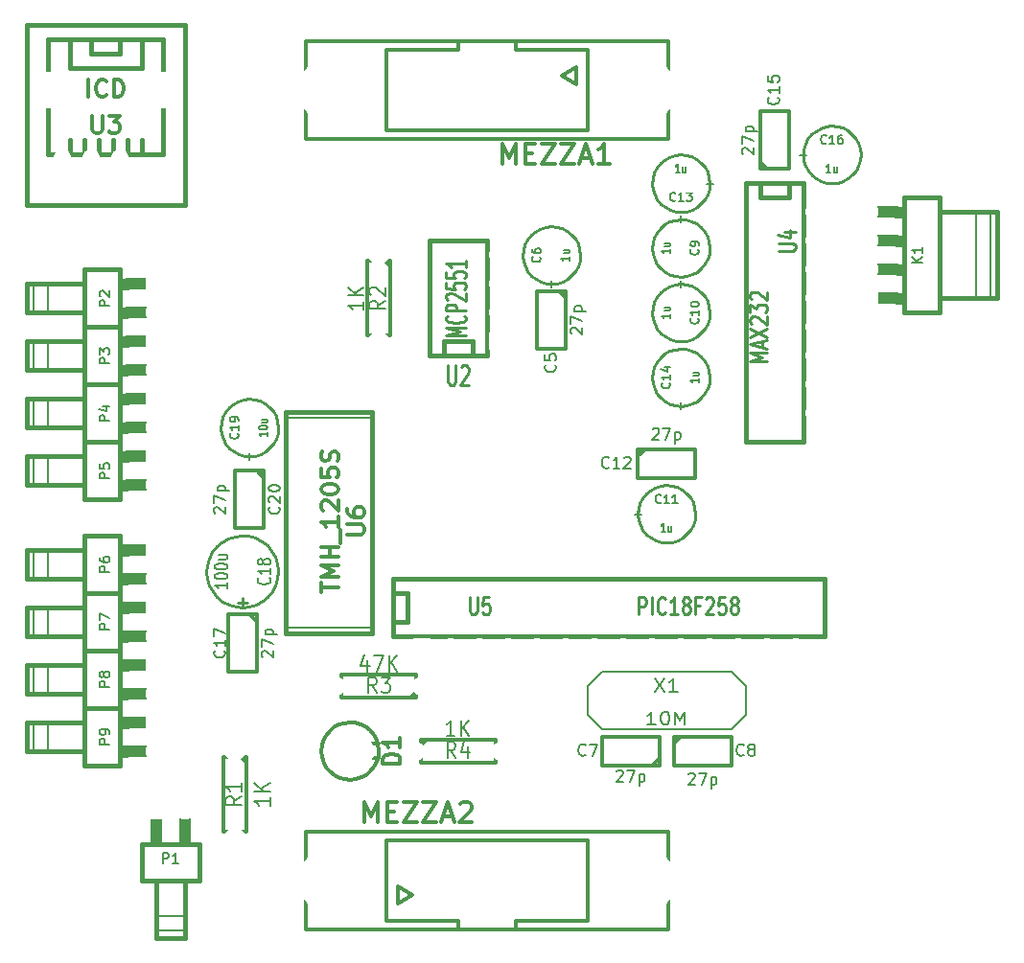
<source format=gto>
G04 (created by PCBNEW-RS274X (2011-04-29 BZR 2986)-stable) date 21/02/2012 16:57:22*
G01*
G70*
G90*
%MOIN*%
G04 Gerber Fmt 3.4, Leading zero omitted, Abs format*
%FSLAX34Y34*%
G04 APERTURE LIST*
%ADD10C,0.006000*%
%ADD11C,0.015000*%
%ADD12C,0.012000*%
%ADD13C,0.005000*%
%ADD14C,0.040000*%
%ADD15C,0.010000*%
%ADD16C,0.011300*%
%ADD17C,0.008000*%
%ADD18C,0.007500*%
%ADD19C,0.075000*%
%ADD20R,0.090000X0.062000*%
%ADD21O,0.090000X0.062000*%
%ADD22O,0.062000X0.090000*%
%ADD23R,0.062000X0.090000*%
%ADD24C,0.070000*%
%ADD25R,0.075000X0.075000*%
%ADD26O,0.060000X0.090000*%
%ADD27C,0.128000*%
%ADD28C,0.250000*%
%ADD29C,0.215000*%
%ADD30R,0.070000X0.070000*%
%ADD31C,0.055000*%
%ADD32C,0.050000*%
G04 APERTURE END LIST*
G54D10*
X39750Y-43250D02*
X40250Y-42750D01*
X44750Y-42750D02*
X45250Y-43250D01*
X45250Y-44250D02*
X44750Y-44750D01*
X39750Y-44250D02*
X40250Y-44750D01*
X40250Y-42750D02*
X44750Y-42750D01*
X39750Y-43250D02*
X39750Y-44250D01*
X40250Y-44750D02*
X44750Y-44750D01*
X45250Y-44250D02*
X45250Y-43250D01*
G54D11*
X34750Y-31750D02*
X34750Y-31250D01*
X34750Y-31250D02*
X35750Y-31250D01*
X35750Y-31250D02*
X35750Y-31750D01*
X34250Y-31750D02*
X34250Y-27750D01*
X34250Y-27750D02*
X36250Y-27750D01*
X36250Y-27750D02*
X36250Y-31750D01*
X36250Y-31750D02*
X34250Y-31750D01*
X46750Y-25750D02*
X46750Y-25750D01*
X46750Y-25750D02*
X46750Y-26250D01*
X46750Y-26250D02*
X45750Y-26250D01*
X45750Y-26250D02*
X45750Y-25750D01*
X47250Y-25750D02*
X47250Y-34750D01*
X47250Y-34750D02*
X45250Y-34750D01*
X45250Y-34750D02*
X45250Y-25750D01*
X45250Y-25750D02*
X47250Y-25750D01*
X33000Y-39500D02*
X48000Y-39500D01*
X48000Y-39500D02*
X48000Y-41500D01*
X48000Y-41500D02*
X33000Y-41500D01*
X33000Y-41500D02*
X33000Y-39500D01*
X33000Y-40000D02*
X33500Y-40000D01*
X33500Y-40000D02*
X33500Y-41000D01*
X33500Y-41000D02*
X33000Y-41000D01*
G54D12*
X28250Y-40770D02*
X28250Y-42750D01*
X28250Y-42750D02*
X27250Y-42750D01*
X27250Y-42750D02*
X27250Y-40750D01*
X27250Y-40750D02*
X28250Y-40750D01*
X28000Y-40750D02*
X28250Y-41000D01*
X28500Y-35770D02*
X28500Y-37750D01*
X28500Y-37750D02*
X27500Y-37750D01*
X27500Y-37750D02*
X27500Y-35750D01*
X27500Y-35750D02*
X28500Y-35750D01*
X28250Y-35750D02*
X28500Y-36000D01*
X45750Y-25230D02*
X45750Y-23250D01*
X45750Y-23250D02*
X46750Y-23250D01*
X46750Y-23250D02*
X46750Y-25250D01*
X46750Y-25250D02*
X45750Y-25250D01*
X46000Y-25250D02*
X45750Y-25000D01*
X39000Y-29520D02*
X39000Y-31500D01*
X39000Y-31500D02*
X38000Y-31500D01*
X38000Y-31500D02*
X38000Y-29500D01*
X38000Y-29500D02*
X39000Y-29500D01*
X38750Y-29500D02*
X39000Y-29750D01*
X42230Y-46000D02*
X40250Y-46000D01*
X40250Y-46000D02*
X40250Y-45000D01*
X40250Y-45000D02*
X42250Y-45000D01*
X42250Y-45000D02*
X42250Y-46000D01*
X42250Y-45750D02*
X42000Y-46000D01*
X42770Y-45000D02*
X44750Y-45000D01*
X44750Y-45000D02*
X44750Y-46000D01*
X44750Y-46000D02*
X42750Y-46000D01*
X42750Y-46000D02*
X42750Y-45000D01*
X42750Y-45250D02*
X43000Y-45000D01*
X41520Y-35000D02*
X43500Y-35000D01*
X43500Y-35000D02*
X43500Y-36000D01*
X43500Y-36000D02*
X41500Y-36000D01*
X41500Y-36000D02*
X41500Y-35000D01*
X41500Y-35250D02*
X41750Y-35000D01*
X27500Y-45500D02*
X27500Y-45700D01*
X27500Y-48500D02*
X27500Y-48300D01*
X27500Y-48300D02*
X27900Y-48300D01*
X27900Y-48300D02*
X27900Y-45700D01*
X27900Y-45700D02*
X27100Y-45700D01*
X27100Y-45700D02*
X27100Y-48300D01*
X27100Y-48300D02*
X27500Y-48300D01*
X27700Y-45700D02*
X27900Y-45900D01*
X33750Y-45500D02*
X33950Y-45500D01*
X36750Y-45500D02*
X36550Y-45500D01*
X36550Y-45500D02*
X36550Y-45100D01*
X36550Y-45100D02*
X33950Y-45100D01*
X33950Y-45100D02*
X33950Y-45900D01*
X33950Y-45900D02*
X36550Y-45900D01*
X36550Y-45900D02*
X36550Y-45500D01*
X33950Y-45300D02*
X34150Y-45100D01*
X32500Y-28250D02*
X32500Y-28450D01*
X32500Y-31250D02*
X32500Y-31050D01*
X32500Y-31050D02*
X32900Y-31050D01*
X32900Y-31050D02*
X32900Y-28450D01*
X32900Y-28450D02*
X32100Y-28450D01*
X32100Y-28450D02*
X32100Y-31050D01*
X32100Y-31050D02*
X32500Y-31050D01*
X32700Y-28450D02*
X32900Y-28650D01*
X34000Y-43250D02*
X33800Y-43250D01*
X31000Y-43250D02*
X31200Y-43250D01*
X31200Y-43250D02*
X31200Y-43650D01*
X31200Y-43650D02*
X33800Y-43650D01*
X33800Y-43650D02*
X33800Y-42850D01*
X33800Y-42850D02*
X31200Y-42850D01*
X31200Y-42850D02*
X31200Y-43250D01*
X33800Y-43450D02*
X33600Y-43650D01*
X32500Y-45500D02*
X32480Y-45694D01*
X32424Y-45881D01*
X32332Y-46053D01*
X32209Y-46204D01*
X32059Y-46329D01*
X31887Y-46421D01*
X31701Y-46479D01*
X31506Y-46499D01*
X31313Y-46482D01*
X31126Y-46427D01*
X30953Y-46336D01*
X30801Y-46214D01*
X30675Y-46064D01*
X30581Y-45893D01*
X30522Y-45707D01*
X30501Y-45513D01*
X30517Y-45320D01*
X30571Y-45132D01*
X30660Y-44959D01*
X30781Y-44806D01*
X30930Y-44679D01*
X31100Y-44584D01*
X31286Y-44524D01*
X31480Y-44501D01*
X31673Y-44516D01*
X31861Y-44568D01*
X32035Y-44656D01*
X32189Y-44776D01*
X32317Y-44924D01*
X32413Y-45094D01*
X32475Y-45279D01*
X32499Y-45473D01*
X32500Y-45500D01*
X32500Y-45250D02*
X32250Y-45250D01*
X32250Y-45250D02*
X32250Y-45750D01*
X32250Y-45750D02*
X32500Y-45750D01*
G54D11*
X20250Y-26500D02*
X25750Y-26500D01*
X25750Y-26500D02*
X25750Y-20250D01*
X25750Y-20250D02*
X20250Y-20250D01*
X20250Y-20250D02*
X20250Y-26500D01*
X21000Y-20750D02*
X25000Y-20750D01*
X21750Y-20750D02*
X21750Y-21750D01*
X21750Y-21750D02*
X24250Y-21750D01*
X24250Y-21750D02*
X24250Y-20750D01*
X21000Y-22750D02*
X21000Y-24750D01*
X25000Y-22750D02*
X25000Y-24750D01*
X24250Y-24750D02*
X24250Y-24250D01*
X21750Y-24750D02*
X21750Y-24250D01*
X22250Y-24750D02*
X22250Y-24250D01*
X22750Y-24750D02*
X22750Y-24250D01*
X23750Y-24750D02*
X23750Y-24250D01*
X23250Y-24750D02*
X23250Y-24250D01*
X21000Y-20750D02*
X21000Y-22750D01*
X21000Y-24750D02*
X24500Y-24750D01*
X24500Y-24750D02*
X25000Y-24750D01*
X25000Y-22750D02*
X25000Y-20750D01*
X22500Y-20750D02*
X22500Y-21250D01*
X22500Y-21250D02*
X23500Y-21250D01*
X23500Y-21250D02*
X23500Y-20750D01*
X50900Y-22500D02*
X50882Y-22674D01*
X50832Y-22842D01*
X50749Y-22998D01*
X50638Y-23134D01*
X50503Y-23246D01*
X50348Y-23329D01*
X50180Y-23381D01*
X50006Y-23399D01*
X49832Y-23384D01*
X49663Y-23334D01*
X49508Y-23253D01*
X49371Y-23143D01*
X49258Y-23008D01*
X49173Y-22854D01*
X49120Y-22687D01*
X49101Y-22512D01*
X49115Y-22338D01*
X49164Y-22169D01*
X49244Y-22013D01*
X49353Y-21875D01*
X49487Y-21761D01*
X49640Y-21676D01*
X49807Y-21621D01*
X49982Y-21601D01*
X50156Y-21614D01*
X50325Y-21661D01*
X50482Y-21741D01*
X50620Y-21849D01*
X50735Y-21982D01*
X50822Y-22134D01*
X50877Y-22301D01*
X50899Y-22475D01*
X50900Y-22500D01*
X50900Y-50000D02*
X50882Y-50174D01*
X50832Y-50342D01*
X50749Y-50498D01*
X50638Y-50634D01*
X50503Y-50746D01*
X50348Y-50829D01*
X50180Y-50881D01*
X50006Y-50899D01*
X49832Y-50884D01*
X49663Y-50834D01*
X49508Y-50753D01*
X49371Y-50643D01*
X49258Y-50508D01*
X49173Y-50354D01*
X49120Y-50187D01*
X49101Y-50012D01*
X49115Y-49838D01*
X49164Y-49669D01*
X49244Y-49513D01*
X49353Y-49375D01*
X49487Y-49261D01*
X49640Y-49176D01*
X49807Y-49121D01*
X49982Y-49101D01*
X50156Y-49114D01*
X50325Y-49161D01*
X50482Y-49241D01*
X50620Y-49349D01*
X50735Y-49482D01*
X50822Y-49634D01*
X50877Y-49801D01*
X50899Y-49975D01*
X50900Y-50000D01*
X23400Y-50000D02*
X23382Y-50174D01*
X23332Y-50342D01*
X23249Y-50498D01*
X23138Y-50634D01*
X23003Y-50746D01*
X22848Y-50829D01*
X22680Y-50881D01*
X22506Y-50899D01*
X22332Y-50884D01*
X22163Y-50834D01*
X22008Y-50753D01*
X21871Y-50643D01*
X21758Y-50508D01*
X21673Y-50354D01*
X21620Y-50187D01*
X21601Y-50012D01*
X21615Y-49838D01*
X21664Y-49669D01*
X21744Y-49513D01*
X21853Y-49375D01*
X21987Y-49261D01*
X22140Y-49176D01*
X22307Y-49121D01*
X22482Y-49101D01*
X22656Y-49114D01*
X22825Y-49161D01*
X22982Y-49241D01*
X23120Y-49349D01*
X23235Y-49482D01*
X23322Y-49634D01*
X23377Y-49801D01*
X23399Y-49975D01*
X23400Y-50000D01*
G54D12*
X42550Y-48300D02*
X42550Y-51700D01*
X42550Y-51700D02*
X29950Y-51700D01*
X29950Y-48300D02*
X42550Y-48300D01*
X32750Y-51400D02*
X32750Y-48600D01*
X39750Y-51400D02*
X39750Y-48600D01*
X35250Y-51700D02*
X35250Y-51400D01*
X35250Y-51400D02*
X32750Y-51400D01*
X32750Y-48600D02*
X39750Y-48600D01*
X39750Y-51400D02*
X37250Y-51400D01*
X37250Y-51400D02*
X37250Y-51700D01*
X29950Y-51700D02*
X29950Y-48300D01*
X33650Y-50500D02*
X33150Y-50200D01*
X33150Y-50200D02*
X33150Y-50800D01*
X33150Y-50800D02*
X33650Y-50500D01*
X29950Y-24200D02*
X29950Y-20800D01*
X29950Y-20800D02*
X42550Y-20800D01*
X42550Y-24200D02*
X29950Y-24200D01*
X39750Y-21100D02*
X39750Y-23900D01*
X32750Y-21100D02*
X32750Y-23900D01*
X37250Y-20800D02*
X37250Y-21100D01*
X37250Y-21100D02*
X39750Y-21100D01*
X39750Y-23900D02*
X32750Y-23900D01*
X32750Y-21100D02*
X35250Y-21100D01*
X35250Y-21100D02*
X35250Y-20800D01*
X42550Y-20800D02*
X42550Y-24200D01*
X38850Y-22000D02*
X39350Y-22300D01*
X39350Y-22300D02*
X39350Y-21700D01*
X39350Y-21700D02*
X38850Y-22000D01*
G54D11*
X50675Y-26625D02*
X50475Y-26625D01*
X50475Y-26875D02*
X50675Y-26875D01*
X50675Y-26875D02*
X50675Y-26625D01*
X50500Y-27875D02*
X50675Y-27875D01*
X50675Y-27875D02*
X50675Y-27625D01*
X50675Y-27625D02*
X50500Y-27625D01*
X50675Y-28625D02*
X50525Y-28625D01*
X50525Y-28875D02*
X50675Y-28875D01*
X50675Y-28875D02*
X50675Y-28625D01*
X50500Y-29875D02*
X50675Y-29875D01*
X50675Y-29875D02*
X50675Y-29625D01*
X50675Y-29625D02*
X50525Y-29625D01*
G54D13*
X53750Y-27750D02*
X53750Y-29750D01*
X53250Y-27750D02*
X53250Y-29750D01*
G54D11*
X54000Y-29750D02*
X54000Y-27750D01*
X52000Y-30250D02*
X52000Y-28250D01*
X50750Y-30250D02*
X50750Y-28250D01*
G54D14*
X49500Y-27750D02*
X50500Y-27750D01*
X49500Y-28750D02*
X50500Y-28750D01*
X49500Y-26750D02*
X50500Y-26750D01*
X49500Y-29750D02*
X50500Y-29750D01*
G54D13*
X53250Y-27750D02*
X53250Y-26750D01*
X53750Y-27750D02*
X53750Y-26750D01*
G54D11*
X52000Y-29750D02*
X54000Y-29750D01*
X54000Y-27750D02*
X54000Y-26750D01*
X54000Y-26750D02*
X52000Y-26750D01*
X50750Y-30250D02*
X52000Y-30250D01*
X52000Y-28250D02*
X52000Y-26250D01*
X52000Y-26250D02*
X50750Y-26250D01*
X50750Y-28250D02*
X50750Y-26250D01*
X23750Y-30125D02*
X23575Y-30125D01*
X23575Y-30125D02*
X23575Y-30375D01*
X23575Y-30375D02*
X23725Y-30375D01*
X23750Y-29125D02*
X23575Y-29125D01*
X23575Y-29125D02*
X23575Y-29375D01*
X23575Y-29375D02*
X23750Y-29375D01*
G54D14*
X24750Y-30250D02*
X23750Y-30250D01*
X24750Y-29250D02*
X23750Y-29250D01*
G54D13*
X21000Y-29250D02*
X21000Y-30250D01*
X20500Y-29250D02*
X20500Y-30250D01*
G54D11*
X22250Y-29250D02*
X20250Y-29250D01*
X20250Y-29250D02*
X20250Y-30250D01*
X20250Y-30250D02*
X22250Y-30250D01*
X23500Y-28750D02*
X22250Y-28750D01*
X22250Y-28750D02*
X22250Y-30750D01*
X22250Y-30750D02*
X23500Y-30750D01*
X23500Y-28750D02*
X23500Y-30750D01*
X23750Y-32125D02*
X23575Y-32125D01*
X23575Y-32125D02*
X23575Y-32375D01*
X23575Y-32375D02*
X23725Y-32375D01*
X23750Y-31125D02*
X23575Y-31125D01*
X23575Y-31125D02*
X23575Y-31375D01*
X23575Y-31375D02*
X23750Y-31375D01*
G54D14*
X24750Y-32250D02*
X23750Y-32250D01*
X24750Y-31250D02*
X23750Y-31250D01*
G54D13*
X21000Y-31250D02*
X21000Y-32250D01*
X20500Y-31250D02*
X20500Y-32250D01*
G54D11*
X22250Y-31250D02*
X20250Y-31250D01*
X20250Y-31250D02*
X20250Y-32250D01*
X20250Y-32250D02*
X22250Y-32250D01*
X23500Y-30750D02*
X22250Y-30750D01*
X22250Y-30750D02*
X22250Y-32750D01*
X22250Y-32750D02*
X23500Y-32750D01*
X23500Y-30750D02*
X23500Y-32750D01*
X23750Y-34125D02*
X23575Y-34125D01*
X23575Y-34125D02*
X23575Y-34375D01*
X23575Y-34375D02*
X23725Y-34375D01*
X23750Y-33125D02*
X23575Y-33125D01*
X23575Y-33125D02*
X23575Y-33375D01*
X23575Y-33375D02*
X23750Y-33375D01*
G54D14*
X24750Y-34250D02*
X23750Y-34250D01*
X24750Y-33250D02*
X23750Y-33250D01*
G54D13*
X21000Y-33250D02*
X21000Y-34250D01*
X20500Y-33250D02*
X20500Y-34250D01*
G54D11*
X22250Y-33250D02*
X20250Y-33250D01*
X20250Y-33250D02*
X20250Y-34250D01*
X20250Y-34250D02*
X22250Y-34250D01*
X23500Y-32750D02*
X22250Y-32750D01*
X22250Y-32750D02*
X22250Y-34750D01*
X22250Y-34750D02*
X23500Y-34750D01*
X23500Y-32750D02*
X23500Y-34750D01*
X23750Y-45375D02*
X23575Y-45375D01*
X23575Y-45375D02*
X23575Y-45625D01*
X23575Y-45625D02*
X23725Y-45625D01*
X23750Y-44375D02*
X23575Y-44375D01*
X23575Y-44375D02*
X23575Y-44625D01*
X23575Y-44625D02*
X23750Y-44625D01*
G54D14*
X24750Y-45500D02*
X23750Y-45500D01*
X24750Y-44500D02*
X23750Y-44500D01*
G54D13*
X21000Y-44500D02*
X21000Y-45500D01*
X20500Y-44500D02*
X20500Y-45500D01*
G54D11*
X22250Y-44500D02*
X20250Y-44500D01*
X20250Y-44500D02*
X20250Y-45500D01*
X20250Y-45500D02*
X22250Y-45500D01*
X23500Y-44000D02*
X22250Y-44000D01*
X22250Y-44000D02*
X22250Y-46000D01*
X22250Y-46000D02*
X23500Y-46000D01*
X23500Y-44000D02*
X23500Y-46000D01*
X23750Y-43375D02*
X23575Y-43375D01*
X23575Y-43375D02*
X23575Y-43625D01*
X23575Y-43625D02*
X23725Y-43625D01*
X23750Y-42375D02*
X23575Y-42375D01*
X23575Y-42375D02*
X23575Y-42625D01*
X23575Y-42625D02*
X23750Y-42625D01*
G54D14*
X24750Y-43500D02*
X23750Y-43500D01*
X24750Y-42500D02*
X23750Y-42500D01*
G54D13*
X21000Y-42500D02*
X21000Y-43500D01*
X20500Y-42500D02*
X20500Y-43500D01*
G54D11*
X22250Y-42500D02*
X20250Y-42500D01*
X20250Y-42500D02*
X20250Y-43500D01*
X20250Y-43500D02*
X22250Y-43500D01*
X23500Y-42000D02*
X22250Y-42000D01*
X22250Y-42000D02*
X22250Y-44000D01*
X22250Y-44000D02*
X23500Y-44000D01*
X23500Y-42000D02*
X23500Y-44000D01*
X23750Y-41375D02*
X23575Y-41375D01*
X23575Y-41375D02*
X23575Y-41625D01*
X23575Y-41625D02*
X23725Y-41625D01*
X23750Y-40375D02*
X23575Y-40375D01*
X23575Y-40375D02*
X23575Y-40625D01*
X23575Y-40625D02*
X23750Y-40625D01*
G54D14*
X24750Y-41500D02*
X23750Y-41500D01*
X24750Y-40500D02*
X23750Y-40500D01*
G54D13*
X21000Y-40500D02*
X21000Y-41500D01*
X20500Y-40500D02*
X20500Y-41500D01*
G54D11*
X22250Y-40500D02*
X20250Y-40500D01*
X20250Y-40500D02*
X20250Y-41500D01*
X20250Y-41500D02*
X22250Y-41500D01*
X23500Y-40000D02*
X22250Y-40000D01*
X22250Y-40000D02*
X22250Y-42000D01*
X22250Y-42000D02*
X23500Y-42000D01*
X23500Y-40000D02*
X23500Y-42000D01*
X23750Y-39375D02*
X23575Y-39375D01*
X23575Y-39375D02*
X23575Y-39625D01*
X23575Y-39625D02*
X23725Y-39625D01*
X23750Y-38375D02*
X23575Y-38375D01*
X23575Y-38375D02*
X23575Y-38625D01*
X23575Y-38625D02*
X23750Y-38625D01*
G54D14*
X24750Y-39500D02*
X23750Y-39500D01*
X24750Y-38500D02*
X23750Y-38500D01*
G54D13*
X21000Y-38500D02*
X21000Y-39500D01*
X20500Y-38500D02*
X20500Y-39500D01*
G54D11*
X22250Y-38500D02*
X20250Y-38500D01*
X20250Y-38500D02*
X20250Y-39500D01*
X20250Y-39500D02*
X22250Y-39500D01*
X23500Y-38000D02*
X22250Y-38000D01*
X22250Y-38000D02*
X22250Y-40000D01*
X22250Y-40000D02*
X23500Y-40000D01*
X23500Y-38000D02*
X23500Y-40000D01*
X23750Y-36125D02*
X23575Y-36125D01*
X23575Y-36125D02*
X23575Y-36375D01*
X23575Y-36375D02*
X23725Y-36375D01*
X23750Y-35125D02*
X23575Y-35125D01*
X23575Y-35125D02*
X23575Y-35375D01*
X23575Y-35375D02*
X23750Y-35375D01*
G54D14*
X24750Y-36250D02*
X23750Y-36250D01*
X24750Y-35250D02*
X23750Y-35250D01*
G54D13*
X21000Y-35250D02*
X21000Y-36250D01*
X20500Y-35250D02*
X20500Y-36250D01*
G54D11*
X22250Y-35250D02*
X20250Y-35250D01*
X20250Y-35250D02*
X20250Y-36250D01*
X20250Y-36250D02*
X22250Y-36250D01*
X23500Y-34750D02*
X22250Y-34750D01*
X22250Y-34750D02*
X22250Y-36750D01*
X22250Y-36750D02*
X23500Y-36750D01*
X23500Y-34750D02*
X23500Y-36750D01*
X25625Y-48500D02*
X25625Y-48675D01*
X25625Y-48675D02*
X25875Y-48675D01*
X25875Y-48675D02*
X25875Y-48525D01*
X24625Y-48500D02*
X24625Y-48675D01*
X24625Y-48675D02*
X24875Y-48675D01*
X24875Y-48675D02*
X24875Y-48500D01*
G54D14*
X25750Y-47500D02*
X25750Y-48500D01*
X24750Y-47500D02*
X24750Y-48500D01*
G54D13*
X24750Y-51250D02*
X25750Y-51250D01*
X24750Y-51750D02*
X25750Y-51750D01*
G54D11*
X24750Y-50000D02*
X24750Y-52000D01*
X24750Y-52000D02*
X25750Y-52000D01*
X25750Y-52000D02*
X25750Y-50000D01*
X24250Y-48750D02*
X24250Y-50000D01*
X24250Y-50000D02*
X26250Y-50000D01*
X26250Y-50000D02*
X26250Y-48750D01*
X24250Y-48750D02*
X26250Y-48750D01*
G54D13*
X29250Y-41200D02*
X32250Y-41200D01*
X29250Y-33900D02*
X32250Y-33900D01*
G54D11*
X32250Y-41400D02*
X32250Y-33700D01*
X32250Y-33700D02*
X29250Y-33700D01*
X29250Y-33700D02*
X29250Y-41400D01*
X29250Y-41400D02*
X32250Y-41400D01*
G54D15*
X39501Y-28250D02*
X39481Y-28444D01*
X39425Y-28631D01*
X39333Y-28803D01*
X39210Y-28955D01*
X39059Y-29079D01*
X38887Y-29172D01*
X38701Y-29230D01*
X38506Y-29250D01*
X38313Y-29233D01*
X38126Y-29178D01*
X37952Y-29087D01*
X37800Y-28965D01*
X37675Y-28815D01*
X37580Y-28644D01*
X37521Y-28458D01*
X37500Y-28263D01*
X37516Y-28070D01*
X37570Y-27882D01*
X37659Y-27708D01*
X37780Y-27555D01*
X37929Y-27429D01*
X38100Y-27333D01*
X38286Y-27273D01*
X38480Y-27250D01*
X38673Y-27265D01*
X38861Y-27317D01*
X39036Y-27405D01*
X39190Y-27526D01*
X39317Y-27673D01*
X39414Y-27843D01*
X39476Y-28029D01*
X39500Y-28223D01*
X39501Y-28250D01*
X49251Y-24750D02*
X49231Y-24944D01*
X49175Y-25131D01*
X49083Y-25303D01*
X48960Y-25455D01*
X48809Y-25579D01*
X48637Y-25672D01*
X48451Y-25730D01*
X48256Y-25750D01*
X48063Y-25733D01*
X47876Y-25678D01*
X47702Y-25587D01*
X47550Y-25465D01*
X47425Y-25315D01*
X47330Y-25144D01*
X47271Y-24958D01*
X47250Y-24763D01*
X47266Y-24570D01*
X47320Y-24382D01*
X47409Y-24208D01*
X47530Y-24055D01*
X47679Y-23929D01*
X47850Y-23833D01*
X48036Y-23773D01*
X48230Y-23750D01*
X48423Y-23765D01*
X48611Y-23817D01*
X48786Y-23905D01*
X48940Y-24026D01*
X49067Y-24173D01*
X49164Y-24343D01*
X49226Y-24529D01*
X49250Y-24723D01*
X49251Y-24750D01*
X44001Y-28000D02*
X43981Y-28194D01*
X43925Y-28381D01*
X43833Y-28553D01*
X43710Y-28705D01*
X43559Y-28829D01*
X43387Y-28922D01*
X43201Y-28980D01*
X43006Y-29000D01*
X42813Y-28983D01*
X42626Y-28928D01*
X42452Y-28837D01*
X42300Y-28715D01*
X42175Y-28565D01*
X42080Y-28394D01*
X42021Y-28208D01*
X42000Y-28013D01*
X42016Y-27820D01*
X42070Y-27632D01*
X42159Y-27458D01*
X42280Y-27305D01*
X42429Y-27179D01*
X42600Y-27083D01*
X42786Y-27023D01*
X42980Y-27000D01*
X43173Y-27015D01*
X43361Y-27067D01*
X43536Y-27155D01*
X43690Y-27276D01*
X43817Y-27423D01*
X43914Y-27593D01*
X43976Y-27779D01*
X44000Y-27973D01*
X44001Y-28000D01*
X44001Y-30250D02*
X43981Y-30444D01*
X43925Y-30631D01*
X43833Y-30803D01*
X43710Y-30955D01*
X43559Y-31079D01*
X43387Y-31172D01*
X43201Y-31230D01*
X43006Y-31250D01*
X42813Y-31233D01*
X42626Y-31178D01*
X42452Y-31087D01*
X42300Y-30965D01*
X42175Y-30815D01*
X42080Y-30644D01*
X42021Y-30458D01*
X42000Y-30263D01*
X42016Y-30070D01*
X42070Y-29882D01*
X42159Y-29708D01*
X42280Y-29555D01*
X42429Y-29429D01*
X42600Y-29333D01*
X42786Y-29273D01*
X42980Y-29250D01*
X43173Y-29265D01*
X43361Y-29317D01*
X43536Y-29405D01*
X43690Y-29526D01*
X43817Y-29673D01*
X43914Y-29843D01*
X43976Y-30029D01*
X44000Y-30223D01*
X44001Y-30250D01*
X43501Y-37250D02*
X43481Y-37444D01*
X43425Y-37631D01*
X43333Y-37803D01*
X43210Y-37955D01*
X43059Y-38079D01*
X42887Y-38172D01*
X42701Y-38230D01*
X42506Y-38250D01*
X42313Y-38233D01*
X42126Y-38178D01*
X41952Y-38087D01*
X41800Y-37965D01*
X41675Y-37815D01*
X41580Y-37644D01*
X41521Y-37458D01*
X41500Y-37263D01*
X41516Y-37070D01*
X41570Y-36882D01*
X41659Y-36708D01*
X41780Y-36555D01*
X41929Y-36429D01*
X42100Y-36333D01*
X42286Y-36273D01*
X42480Y-36250D01*
X42673Y-36265D01*
X42861Y-36317D01*
X43036Y-36405D01*
X43190Y-36526D01*
X43317Y-36673D01*
X43414Y-36843D01*
X43476Y-37029D01*
X43500Y-37223D01*
X43501Y-37250D01*
X44001Y-25750D02*
X43981Y-25944D01*
X43925Y-26131D01*
X43833Y-26303D01*
X43710Y-26455D01*
X43559Y-26579D01*
X43387Y-26672D01*
X43201Y-26730D01*
X43006Y-26750D01*
X42813Y-26733D01*
X42626Y-26678D01*
X42452Y-26587D01*
X42300Y-26465D01*
X42175Y-26315D01*
X42080Y-26144D01*
X42021Y-25958D01*
X42000Y-25763D01*
X42016Y-25570D01*
X42070Y-25382D01*
X42159Y-25208D01*
X42280Y-25055D01*
X42429Y-24929D01*
X42600Y-24833D01*
X42786Y-24773D01*
X42980Y-24750D01*
X43173Y-24765D01*
X43361Y-24817D01*
X43536Y-24905D01*
X43690Y-25026D01*
X43817Y-25173D01*
X43914Y-25343D01*
X43976Y-25529D01*
X44000Y-25723D01*
X44001Y-25750D01*
X44001Y-32500D02*
X43981Y-32694D01*
X43925Y-32881D01*
X43833Y-33053D01*
X43710Y-33205D01*
X43559Y-33329D01*
X43387Y-33422D01*
X43201Y-33480D01*
X43006Y-33500D01*
X42813Y-33483D01*
X42626Y-33428D01*
X42452Y-33337D01*
X42300Y-33215D01*
X42175Y-33065D01*
X42080Y-32894D01*
X42021Y-32708D01*
X42000Y-32513D01*
X42016Y-32320D01*
X42070Y-32132D01*
X42159Y-31958D01*
X42280Y-31805D01*
X42429Y-31679D01*
X42600Y-31583D01*
X42786Y-31523D01*
X42980Y-31500D01*
X43173Y-31515D01*
X43361Y-31567D01*
X43536Y-31655D01*
X43690Y-31776D01*
X43817Y-31923D01*
X43914Y-32093D01*
X43976Y-32279D01*
X44000Y-32473D01*
X44001Y-32500D01*
X29001Y-34250D02*
X28981Y-34444D01*
X28925Y-34631D01*
X28833Y-34803D01*
X28710Y-34955D01*
X28559Y-35079D01*
X28387Y-35172D01*
X28201Y-35230D01*
X28006Y-35250D01*
X27813Y-35233D01*
X27626Y-35178D01*
X27452Y-35087D01*
X27300Y-34965D01*
X27175Y-34815D01*
X27080Y-34644D01*
X27021Y-34458D01*
X27000Y-34263D01*
X27016Y-34070D01*
X27070Y-33882D01*
X27159Y-33708D01*
X27280Y-33555D01*
X27429Y-33429D01*
X27600Y-33333D01*
X27786Y-33273D01*
X27980Y-33250D01*
X28173Y-33265D01*
X28361Y-33317D01*
X28536Y-33405D01*
X28690Y-33526D01*
X28817Y-33673D01*
X28914Y-33843D01*
X28976Y-34029D01*
X29000Y-34223D01*
X29001Y-34250D01*
X29000Y-39250D02*
X28976Y-39492D01*
X28905Y-39726D01*
X28791Y-39941D01*
X28636Y-40130D01*
X28448Y-40286D01*
X28234Y-40402D01*
X28001Y-40474D01*
X27758Y-40499D01*
X27516Y-40477D01*
X27282Y-40408D01*
X27066Y-40295D01*
X26876Y-40143D01*
X26719Y-39956D01*
X26602Y-39742D01*
X26528Y-39509D01*
X26501Y-39267D01*
X26521Y-39025D01*
X26588Y-38790D01*
X26700Y-38573D01*
X26851Y-38382D01*
X27037Y-38224D01*
X27250Y-38105D01*
X27482Y-38030D01*
X27724Y-38001D01*
X27967Y-38019D01*
X28202Y-38085D01*
X28419Y-38195D01*
X28612Y-38345D01*
X28771Y-38530D01*
X28891Y-38742D01*
X28968Y-38974D01*
X28999Y-39216D01*
X29000Y-39250D01*
G54D10*
X42095Y-42982D02*
X42429Y-43432D01*
X42429Y-42982D02*
X42095Y-43432D01*
X42881Y-43432D02*
X42595Y-43432D01*
X42738Y-43432D02*
X42738Y-42982D01*
X42690Y-43046D01*
X42643Y-43089D01*
X42595Y-43111D01*
X42120Y-44582D02*
X41834Y-44582D01*
X41977Y-44582D02*
X41977Y-44132D01*
X41929Y-44196D01*
X41882Y-44239D01*
X41834Y-44261D01*
X42429Y-44132D02*
X42477Y-44132D01*
X42525Y-44154D01*
X42548Y-44175D01*
X42572Y-44218D01*
X42596Y-44304D01*
X42596Y-44411D01*
X42572Y-44496D01*
X42548Y-44539D01*
X42525Y-44561D01*
X42477Y-44582D01*
X42429Y-44582D01*
X42382Y-44561D01*
X42358Y-44539D01*
X42334Y-44496D01*
X42310Y-44411D01*
X42310Y-44304D01*
X42334Y-44218D01*
X42358Y-44175D01*
X42382Y-44154D01*
X42429Y-44132D01*
X42810Y-44582D02*
X42810Y-44132D01*
X42977Y-44454D01*
X43143Y-44132D01*
X43143Y-44582D01*
G54D16*
X34907Y-32083D02*
X34907Y-32650D01*
X34929Y-32717D01*
X34950Y-32750D01*
X34993Y-32783D01*
X35079Y-32783D01*
X35121Y-32750D01*
X35143Y-32717D01*
X35164Y-32650D01*
X35164Y-32083D01*
X35357Y-32150D02*
X35378Y-32117D01*
X35421Y-32083D01*
X35528Y-32083D01*
X35571Y-32117D01*
X35592Y-32150D01*
X35614Y-32217D01*
X35614Y-32283D01*
X35592Y-32383D01*
X35335Y-32783D01*
X35614Y-32783D01*
G54D15*
X35533Y-31045D02*
X34833Y-31045D01*
X35333Y-30911D01*
X34833Y-30778D01*
X35533Y-30778D01*
X35467Y-30359D02*
X35500Y-30378D01*
X35533Y-30435D01*
X35533Y-30473D01*
X35500Y-30531D01*
X35433Y-30569D01*
X35367Y-30588D01*
X35233Y-30607D01*
X35133Y-30607D01*
X35000Y-30588D01*
X34933Y-30569D01*
X34867Y-30531D01*
X34833Y-30473D01*
X34833Y-30435D01*
X34867Y-30378D01*
X34900Y-30359D01*
X35533Y-30188D02*
X34833Y-30188D01*
X34833Y-30035D01*
X34867Y-29997D01*
X34900Y-29978D01*
X34967Y-29959D01*
X35067Y-29959D01*
X35133Y-29978D01*
X35167Y-29997D01*
X35200Y-30035D01*
X35200Y-30188D01*
X34900Y-29807D02*
X34867Y-29788D01*
X34833Y-29750D01*
X34833Y-29654D01*
X34867Y-29616D01*
X34900Y-29597D01*
X34967Y-29578D01*
X35033Y-29578D01*
X35133Y-29597D01*
X35533Y-29826D01*
X35533Y-29578D01*
X34833Y-29216D02*
X34833Y-29407D01*
X35167Y-29426D01*
X35133Y-29407D01*
X35100Y-29369D01*
X35100Y-29273D01*
X35133Y-29235D01*
X35167Y-29216D01*
X35233Y-29197D01*
X35400Y-29197D01*
X35467Y-29216D01*
X35500Y-29235D01*
X35533Y-29273D01*
X35533Y-29369D01*
X35500Y-29407D01*
X35467Y-29426D01*
X34833Y-28835D02*
X34833Y-29026D01*
X35167Y-29045D01*
X35133Y-29026D01*
X35100Y-28988D01*
X35100Y-28892D01*
X35133Y-28854D01*
X35167Y-28835D01*
X35233Y-28816D01*
X35400Y-28816D01*
X35467Y-28835D01*
X35500Y-28854D01*
X35533Y-28892D01*
X35533Y-28988D01*
X35500Y-29026D01*
X35467Y-29045D01*
X35533Y-28435D02*
X35533Y-28664D01*
X35533Y-28550D02*
X34833Y-28550D01*
X34933Y-28588D01*
X35000Y-28626D01*
X35033Y-28664D01*
G54D16*
X46393Y-28093D02*
X46879Y-28093D01*
X46936Y-28071D01*
X46964Y-28050D01*
X46993Y-28007D01*
X46993Y-27921D01*
X46964Y-27879D01*
X46936Y-27857D01*
X46879Y-27836D01*
X46393Y-27836D01*
X46593Y-27429D02*
X46993Y-27429D01*
X46364Y-27536D02*
X46793Y-27643D01*
X46793Y-27365D01*
X45993Y-31951D02*
X45393Y-31951D01*
X45821Y-31801D01*
X45393Y-31651D01*
X45993Y-31651D01*
X45821Y-31458D02*
X45821Y-31244D01*
X45993Y-31501D02*
X45393Y-31351D01*
X45993Y-31201D01*
X45393Y-31094D02*
X45993Y-30794D01*
X45393Y-30794D02*
X45993Y-31094D01*
X45450Y-30643D02*
X45421Y-30622D01*
X45393Y-30579D01*
X45393Y-30472D01*
X45421Y-30429D01*
X45450Y-30408D01*
X45507Y-30386D01*
X45564Y-30386D01*
X45650Y-30408D01*
X45993Y-30665D01*
X45993Y-30386D01*
X45393Y-30236D02*
X45393Y-29957D01*
X45621Y-30107D01*
X45621Y-30043D01*
X45650Y-30000D01*
X45679Y-29979D01*
X45736Y-29957D01*
X45879Y-29957D01*
X45936Y-29979D01*
X45964Y-30000D01*
X45993Y-30043D01*
X45993Y-30171D01*
X45964Y-30214D01*
X45936Y-30236D01*
X45450Y-29785D02*
X45421Y-29764D01*
X45393Y-29721D01*
X45393Y-29614D01*
X45421Y-29571D01*
X45450Y-29550D01*
X45507Y-29528D01*
X45564Y-29528D01*
X45650Y-29550D01*
X45993Y-29807D01*
X45993Y-29528D01*
X35657Y-40143D02*
X35657Y-40629D01*
X35679Y-40686D01*
X35700Y-40714D01*
X35743Y-40743D01*
X35829Y-40743D01*
X35871Y-40714D01*
X35893Y-40686D01*
X35914Y-40629D01*
X35914Y-40143D01*
X36342Y-40143D02*
X36128Y-40143D01*
X36107Y-40429D01*
X36128Y-40400D01*
X36171Y-40371D01*
X36278Y-40371D01*
X36321Y-40400D01*
X36342Y-40429D01*
X36364Y-40486D01*
X36364Y-40629D01*
X36342Y-40686D01*
X36321Y-40714D01*
X36278Y-40743D01*
X36171Y-40743D01*
X36128Y-40714D01*
X36107Y-40686D01*
X41535Y-40743D02*
X41535Y-40143D01*
X41707Y-40143D01*
X41749Y-40171D01*
X41771Y-40200D01*
X41792Y-40257D01*
X41792Y-40343D01*
X41771Y-40400D01*
X41749Y-40429D01*
X41707Y-40457D01*
X41535Y-40457D01*
X41985Y-40743D02*
X41985Y-40143D01*
X42456Y-40686D02*
X42435Y-40714D01*
X42371Y-40743D01*
X42328Y-40743D01*
X42263Y-40714D01*
X42221Y-40657D01*
X42199Y-40600D01*
X42178Y-40486D01*
X42178Y-40400D01*
X42199Y-40286D01*
X42221Y-40229D01*
X42263Y-40171D01*
X42328Y-40143D01*
X42371Y-40143D01*
X42435Y-40171D01*
X42456Y-40200D01*
X42885Y-40743D02*
X42628Y-40743D01*
X42756Y-40743D02*
X42756Y-40143D01*
X42713Y-40229D01*
X42671Y-40286D01*
X42628Y-40314D01*
X43142Y-40400D02*
X43100Y-40371D01*
X43078Y-40343D01*
X43057Y-40286D01*
X43057Y-40257D01*
X43078Y-40200D01*
X43100Y-40171D01*
X43142Y-40143D01*
X43228Y-40143D01*
X43271Y-40171D01*
X43292Y-40200D01*
X43314Y-40257D01*
X43314Y-40286D01*
X43292Y-40343D01*
X43271Y-40371D01*
X43228Y-40400D01*
X43142Y-40400D01*
X43100Y-40429D01*
X43078Y-40457D01*
X43057Y-40514D01*
X43057Y-40629D01*
X43078Y-40686D01*
X43100Y-40714D01*
X43142Y-40743D01*
X43228Y-40743D01*
X43271Y-40714D01*
X43292Y-40686D01*
X43314Y-40629D01*
X43314Y-40514D01*
X43292Y-40457D01*
X43271Y-40429D01*
X43228Y-40400D01*
X43657Y-40429D02*
X43507Y-40429D01*
X43507Y-40743D02*
X43507Y-40143D01*
X43721Y-40143D01*
X43872Y-40200D02*
X43893Y-40171D01*
X43936Y-40143D01*
X44043Y-40143D01*
X44086Y-40171D01*
X44107Y-40200D01*
X44129Y-40257D01*
X44129Y-40314D01*
X44107Y-40400D01*
X43850Y-40743D01*
X44129Y-40743D01*
X44536Y-40143D02*
X44322Y-40143D01*
X44301Y-40429D01*
X44322Y-40400D01*
X44365Y-40371D01*
X44472Y-40371D01*
X44515Y-40400D01*
X44536Y-40429D01*
X44558Y-40486D01*
X44558Y-40629D01*
X44536Y-40686D01*
X44515Y-40714D01*
X44472Y-40743D01*
X44365Y-40743D01*
X44322Y-40714D01*
X44301Y-40686D01*
X44815Y-40400D02*
X44773Y-40371D01*
X44751Y-40343D01*
X44730Y-40286D01*
X44730Y-40257D01*
X44751Y-40200D01*
X44773Y-40171D01*
X44815Y-40143D01*
X44901Y-40143D01*
X44944Y-40171D01*
X44965Y-40200D01*
X44987Y-40257D01*
X44987Y-40286D01*
X44965Y-40343D01*
X44944Y-40371D01*
X44901Y-40400D01*
X44815Y-40400D01*
X44773Y-40429D01*
X44751Y-40457D01*
X44730Y-40514D01*
X44730Y-40629D01*
X44751Y-40686D01*
X44773Y-40714D01*
X44815Y-40743D01*
X44901Y-40743D01*
X44944Y-40714D01*
X44965Y-40686D01*
X44987Y-40629D01*
X44987Y-40514D01*
X44965Y-40457D01*
X44944Y-40429D01*
X44901Y-40400D01*
G54D17*
X27124Y-42007D02*
X27143Y-42026D01*
X27162Y-42083D01*
X27162Y-42121D01*
X27143Y-42179D01*
X27105Y-42217D01*
X27067Y-42236D01*
X26990Y-42255D01*
X26933Y-42255D01*
X26857Y-42236D01*
X26819Y-42217D01*
X26781Y-42179D01*
X26762Y-42121D01*
X26762Y-42083D01*
X26781Y-42026D01*
X26800Y-42007D01*
X27162Y-41626D02*
X27162Y-41855D01*
X27162Y-41741D02*
X26762Y-41741D01*
X26819Y-41779D01*
X26857Y-41817D01*
X26876Y-41855D01*
X26762Y-41493D02*
X26762Y-41226D01*
X27162Y-41398D01*
X28450Y-42236D02*
X28431Y-42217D01*
X28412Y-42179D01*
X28412Y-42083D01*
X28431Y-42045D01*
X28450Y-42026D01*
X28488Y-42007D01*
X28526Y-42007D01*
X28583Y-42026D01*
X28812Y-42255D01*
X28812Y-42007D01*
X28412Y-41874D02*
X28412Y-41607D01*
X28812Y-41779D01*
X28545Y-41455D02*
X28945Y-41455D01*
X28564Y-41455D02*
X28545Y-41417D01*
X28545Y-41340D01*
X28564Y-41302D01*
X28583Y-41283D01*
X28621Y-41264D01*
X28736Y-41264D01*
X28774Y-41283D01*
X28793Y-41302D01*
X28812Y-41340D01*
X28812Y-41417D01*
X28793Y-41455D01*
X29024Y-37007D02*
X29043Y-37026D01*
X29062Y-37083D01*
X29062Y-37121D01*
X29043Y-37179D01*
X29005Y-37217D01*
X28967Y-37236D01*
X28890Y-37255D01*
X28833Y-37255D01*
X28757Y-37236D01*
X28719Y-37217D01*
X28681Y-37179D01*
X28662Y-37121D01*
X28662Y-37083D01*
X28681Y-37026D01*
X28700Y-37007D01*
X28700Y-36855D02*
X28681Y-36836D01*
X28662Y-36798D01*
X28662Y-36702D01*
X28681Y-36664D01*
X28700Y-36645D01*
X28738Y-36626D01*
X28776Y-36626D01*
X28833Y-36645D01*
X29062Y-36874D01*
X29062Y-36626D01*
X28662Y-36379D02*
X28662Y-36340D01*
X28681Y-36302D01*
X28700Y-36283D01*
X28738Y-36264D01*
X28814Y-36245D01*
X28910Y-36245D01*
X28986Y-36264D01*
X29024Y-36283D01*
X29043Y-36302D01*
X29062Y-36340D01*
X29062Y-36379D01*
X29043Y-36417D01*
X29024Y-36436D01*
X28986Y-36455D01*
X28910Y-36474D01*
X28814Y-36474D01*
X28738Y-36455D01*
X28700Y-36436D01*
X28681Y-36417D01*
X28662Y-36379D01*
X26800Y-37236D02*
X26781Y-37217D01*
X26762Y-37179D01*
X26762Y-37083D01*
X26781Y-37045D01*
X26800Y-37026D01*
X26838Y-37007D01*
X26876Y-37007D01*
X26933Y-37026D01*
X27162Y-37255D01*
X27162Y-37007D01*
X26762Y-36874D02*
X26762Y-36607D01*
X27162Y-36779D01*
X26895Y-36455D02*
X27295Y-36455D01*
X26914Y-36455D02*
X26895Y-36417D01*
X26895Y-36340D01*
X26914Y-36302D01*
X26933Y-36283D01*
X26971Y-36264D01*
X27086Y-36264D01*
X27124Y-36283D01*
X27143Y-36302D01*
X27162Y-36340D01*
X27162Y-36417D01*
X27143Y-36455D01*
X46374Y-22757D02*
X46393Y-22776D01*
X46412Y-22833D01*
X46412Y-22871D01*
X46393Y-22929D01*
X46355Y-22967D01*
X46317Y-22986D01*
X46240Y-23005D01*
X46183Y-23005D01*
X46107Y-22986D01*
X46069Y-22967D01*
X46031Y-22929D01*
X46012Y-22871D01*
X46012Y-22833D01*
X46031Y-22776D01*
X46050Y-22757D01*
X46412Y-22376D02*
X46412Y-22605D01*
X46412Y-22491D02*
X46012Y-22491D01*
X46069Y-22529D01*
X46107Y-22567D01*
X46126Y-22605D01*
X46012Y-22014D02*
X46012Y-22205D01*
X46202Y-22224D01*
X46183Y-22205D01*
X46164Y-22167D01*
X46164Y-22071D01*
X46183Y-22033D01*
X46202Y-22014D01*
X46240Y-21995D01*
X46336Y-21995D01*
X46374Y-22014D01*
X46393Y-22033D01*
X46412Y-22071D01*
X46412Y-22167D01*
X46393Y-22205D01*
X46374Y-22224D01*
X45150Y-24736D02*
X45131Y-24717D01*
X45112Y-24679D01*
X45112Y-24583D01*
X45131Y-24545D01*
X45150Y-24526D01*
X45188Y-24507D01*
X45226Y-24507D01*
X45283Y-24526D01*
X45512Y-24755D01*
X45512Y-24507D01*
X45112Y-24374D02*
X45112Y-24107D01*
X45512Y-24279D01*
X45245Y-23955D02*
X45645Y-23955D01*
X45264Y-23955D02*
X45245Y-23917D01*
X45245Y-23840D01*
X45264Y-23802D01*
X45283Y-23783D01*
X45321Y-23764D01*
X45436Y-23764D01*
X45474Y-23783D01*
X45493Y-23802D01*
X45512Y-23840D01*
X45512Y-23917D01*
X45493Y-23955D01*
X38624Y-32066D02*
X38643Y-32085D01*
X38662Y-32142D01*
X38662Y-32180D01*
X38643Y-32238D01*
X38605Y-32276D01*
X38567Y-32295D01*
X38490Y-32314D01*
X38433Y-32314D01*
X38357Y-32295D01*
X38319Y-32276D01*
X38281Y-32238D01*
X38262Y-32180D01*
X38262Y-32142D01*
X38281Y-32085D01*
X38300Y-32066D01*
X38262Y-31704D02*
X38262Y-31895D01*
X38452Y-31914D01*
X38433Y-31895D01*
X38414Y-31857D01*
X38414Y-31761D01*
X38433Y-31723D01*
X38452Y-31704D01*
X38490Y-31685D01*
X38586Y-31685D01*
X38624Y-31704D01*
X38643Y-31723D01*
X38662Y-31761D01*
X38662Y-31857D01*
X38643Y-31895D01*
X38624Y-31914D01*
X39200Y-30986D02*
X39181Y-30967D01*
X39162Y-30929D01*
X39162Y-30833D01*
X39181Y-30795D01*
X39200Y-30776D01*
X39238Y-30757D01*
X39276Y-30757D01*
X39333Y-30776D01*
X39562Y-31005D01*
X39562Y-30757D01*
X39162Y-30624D02*
X39162Y-30357D01*
X39562Y-30529D01*
X39295Y-30205D02*
X39695Y-30205D01*
X39314Y-30205D02*
X39295Y-30167D01*
X39295Y-30090D01*
X39314Y-30052D01*
X39333Y-30033D01*
X39371Y-30014D01*
X39486Y-30014D01*
X39524Y-30033D01*
X39543Y-30052D01*
X39562Y-30090D01*
X39562Y-30167D01*
X39543Y-30205D01*
X39684Y-45624D02*
X39665Y-45643D01*
X39608Y-45662D01*
X39570Y-45662D01*
X39512Y-45643D01*
X39474Y-45605D01*
X39455Y-45567D01*
X39436Y-45490D01*
X39436Y-45433D01*
X39455Y-45357D01*
X39474Y-45319D01*
X39512Y-45281D01*
X39570Y-45262D01*
X39608Y-45262D01*
X39665Y-45281D01*
X39684Y-45300D01*
X39817Y-45262D02*
X40084Y-45262D01*
X39912Y-45662D01*
X40764Y-46200D02*
X40783Y-46181D01*
X40821Y-46162D01*
X40917Y-46162D01*
X40955Y-46181D01*
X40974Y-46200D01*
X40993Y-46238D01*
X40993Y-46276D01*
X40974Y-46333D01*
X40745Y-46562D01*
X40993Y-46562D01*
X41126Y-46162D02*
X41393Y-46162D01*
X41221Y-46562D01*
X41545Y-46295D02*
X41545Y-46695D01*
X41545Y-46314D02*
X41583Y-46295D01*
X41660Y-46295D01*
X41698Y-46314D01*
X41717Y-46333D01*
X41736Y-46371D01*
X41736Y-46486D01*
X41717Y-46524D01*
X41698Y-46543D01*
X41660Y-46562D01*
X41583Y-46562D01*
X41545Y-46543D01*
X45184Y-45624D02*
X45165Y-45643D01*
X45108Y-45662D01*
X45070Y-45662D01*
X45012Y-45643D01*
X44974Y-45605D01*
X44955Y-45567D01*
X44936Y-45490D01*
X44936Y-45433D01*
X44955Y-45357D01*
X44974Y-45319D01*
X45012Y-45281D01*
X45070Y-45262D01*
X45108Y-45262D01*
X45165Y-45281D01*
X45184Y-45300D01*
X45412Y-45433D02*
X45374Y-45414D01*
X45355Y-45395D01*
X45336Y-45357D01*
X45336Y-45338D01*
X45355Y-45300D01*
X45374Y-45281D01*
X45412Y-45262D01*
X45489Y-45262D01*
X45527Y-45281D01*
X45546Y-45300D01*
X45565Y-45338D01*
X45565Y-45357D01*
X45546Y-45395D01*
X45527Y-45414D01*
X45489Y-45433D01*
X45412Y-45433D01*
X45374Y-45452D01*
X45355Y-45471D01*
X45336Y-45510D01*
X45336Y-45586D01*
X45355Y-45624D01*
X45374Y-45643D01*
X45412Y-45662D01*
X45489Y-45662D01*
X45527Y-45643D01*
X45546Y-45624D01*
X45565Y-45586D01*
X45565Y-45510D01*
X45546Y-45471D01*
X45527Y-45452D01*
X45489Y-45433D01*
X43264Y-46300D02*
X43283Y-46281D01*
X43321Y-46262D01*
X43417Y-46262D01*
X43455Y-46281D01*
X43474Y-46300D01*
X43493Y-46338D01*
X43493Y-46376D01*
X43474Y-46433D01*
X43245Y-46662D01*
X43493Y-46662D01*
X43626Y-46262D02*
X43893Y-46262D01*
X43721Y-46662D01*
X44045Y-46395D02*
X44045Y-46795D01*
X44045Y-46414D02*
X44083Y-46395D01*
X44160Y-46395D01*
X44198Y-46414D01*
X44217Y-46433D01*
X44236Y-46471D01*
X44236Y-46586D01*
X44217Y-46624D01*
X44198Y-46643D01*
X44160Y-46662D01*
X44083Y-46662D01*
X44045Y-46643D01*
X40493Y-35624D02*
X40474Y-35643D01*
X40417Y-35662D01*
X40379Y-35662D01*
X40321Y-35643D01*
X40283Y-35605D01*
X40264Y-35567D01*
X40245Y-35490D01*
X40245Y-35433D01*
X40264Y-35357D01*
X40283Y-35319D01*
X40321Y-35281D01*
X40379Y-35262D01*
X40417Y-35262D01*
X40474Y-35281D01*
X40493Y-35300D01*
X40874Y-35662D02*
X40645Y-35662D01*
X40759Y-35662D02*
X40759Y-35262D01*
X40721Y-35319D01*
X40683Y-35357D01*
X40645Y-35376D01*
X41026Y-35300D02*
X41045Y-35281D01*
X41083Y-35262D01*
X41179Y-35262D01*
X41217Y-35281D01*
X41236Y-35300D01*
X41255Y-35338D01*
X41255Y-35376D01*
X41236Y-35433D01*
X41007Y-35662D01*
X41255Y-35662D01*
X42014Y-34300D02*
X42033Y-34281D01*
X42071Y-34262D01*
X42167Y-34262D01*
X42205Y-34281D01*
X42224Y-34300D01*
X42243Y-34338D01*
X42243Y-34376D01*
X42224Y-34433D01*
X41995Y-34662D01*
X42243Y-34662D01*
X42376Y-34262D02*
X42643Y-34262D01*
X42471Y-34662D01*
X42795Y-34395D02*
X42795Y-34795D01*
X42795Y-34414D02*
X42833Y-34395D01*
X42910Y-34395D01*
X42948Y-34414D01*
X42967Y-34433D01*
X42986Y-34471D01*
X42986Y-34586D01*
X42967Y-34624D01*
X42948Y-34643D01*
X42910Y-34662D01*
X42833Y-34662D01*
X42795Y-34643D01*
X27723Y-47083D02*
X27461Y-47250D01*
X27723Y-47369D02*
X27173Y-47369D01*
X27173Y-47178D01*
X27199Y-47131D01*
X27225Y-47107D01*
X27277Y-47083D01*
X27356Y-47083D01*
X27408Y-47107D01*
X27435Y-47131D01*
X27461Y-47178D01*
X27461Y-47369D01*
X27723Y-46607D02*
X27723Y-46893D01*
X27723Y-46750D02*
X27173Y-46750D01*
X27251Y-46798D01*
X27304Y-46845D01*
X27330Y-46893D01*
X28723Y-47107D02*
X28723Y-47393D01*
X28723Y-47250D02*
X28173Y-47250D01*
X28251Y-47298D01*
X28304Y-47345D01*
X28330Y-47393D01*
X28723Y-46893D02*
X28173Y-46893D01*
X28723Y-46607D02*
X28408Y-46822D01*
X28173Y-46607D02*
X28487Y-46893D01*
X35167Y-45723D02*
X35000Y-45461D01*
X34881Y-45723D02*
X34881Y-45173D01*
X35072Y-45173D01*
X35119Y-45199D01*
X35143Y-45225D01*
X35167Y-45277D01*
X35167Y-45356D01*
X35143Y-45408D01*
X35119Y-45435D01*
X35072Y-45461D01*
X34881Y-45461D01*
X35595Y-45356D02*
X35595Y-45723D01*
X35476Y-45146D02*
X35357Y-45539D01*
X35667Y-45539D01*
X35143Y-44973D02*
X34857Y-44973D01*
X35000Y-44973D02*
X35000Y-44423D01*
X34952Y-44501D01*
X34905Y-44554D01*
X34857Y-44580D01*
X35357Y-44973D02*
X35357Y-44423D01*
X35643Y-44973D02*
X35428Y-44658D01*
X35643Y-44423D02*
X35357Y-44737D01*
X32723Y-29833D02*
X32461Y-30000D01*
X32723Y-30119D02*
X32173Y-30119D01*
X32173Y-29928D01*
X32199Y-29881D01*
X32225Y-29857D01*
X32277Y-29833D01*
X32356Y-29833D01*
X32408Y-29857D01*
X32435Y-29881D01*
X32461Y-29928D01*
X32461Y-30119D01*
X32225Y-29643D02*
X32199Y-29619D01*
X32173Y-29571D01*
X32173Y-29452D01*
X32199Y-29405D01*
X32225Y-29381D01*
X32277Y-29357D01*
X32330Y-29357D01*
X32408Y-29381D01*
X32723Y-29667D01*
X32723Y-29357D01*
X31973Y-29857D02*
X31973Y-30143D01*
X31973Y-30000D02*
X31423Y-30000D01*
X31501Y-30048D01*
X31554Y-30095D01*
X31580Y-30143D01*
X31973Y-29643D02*
X31423Y-29643D01*
X31973Y-29357D02*
X31658Y-29572D01*
X31423Y-29357D02*
X31737Y-29643D01*
X32417Y-43473D02*
X32250Y-43211D01*
X32131Y-43473D02*
X32131Y-42923D01*
X32322Y-42923D01*
X32369Y-42949D01*
X32393Y-42975D01*
X32417Y-43027D01*
X32417Y-43106D01*
X32393Y-43158D01*
X32369Y-43185D01*
X32322Y-43211D01*
X32131Y-43211D01*
X32583Y-42923D02*
X32893Y-42923D01*
X32726Y-43132D01*
X32798Y-43132D01*
X32845Y-43158D01*
X32869Y-43185D01*
X32893Y-43237D01*
X32893Y-43368D01*
X32869Y-43420D01*
X32845Y-43446D01*
X32798Y-43473D01*
X32655Y-43473D01*
X32607Y-43446D01*
X32583Y-43420D01*
X32107Y-42356D02*
X32107Y-42723D01*
X31988Y-42146D02*
X31869Y-42539D01*
X32179Y-42539D01*
X32321Y-42173D02*
X32655Y-42173D01*
X32440Y-42723D01*
X32845Y-42723D02*
X32845Y-42173D01*
X33131Y-42723D02*
X32916Y-42408D01*
X33131Y-42173D02*
X32845Y-42487D01*
G54D12*
X33243Y-45942D02*
X32643Y-45942D01*
X32643Y-45799D01*
X32671Y-45714D01*
X32729Y-45656D01*
X32786Y-45628D01*
X32900Y-45599D01*
X32986Y-45599D01*
X33100Y-45628D01*
X33157Y-45656D01*
X33214Y-45714D01*
X33243Y-45799D01*
X33243Y-45942D01*
X33243Y-45028D02*
X33243Y-45371D01*
X33243Y-45199D02*
X32643Y-45199D01*
X32729Y-45256D01*
X32786Y-45314D01*
X32814Y-45371D01*
X22543Y-23393D02*
X22543Y-23879D01*
X22571Y-23936D01*
X22600Y-23964D01*
X22657Y-23993D01*
X22771Y-23993D01*
X22829Y-23964D01*
X22857Y-23936D01*
X22886Y-23879D01*
X22886Y-23393D01*
X23115Y-23393D02*
X23486Y-23393D01*
X23286Y-23621D01*
X23372Y-23621D01*
X23429Y-23650D01*
X23458Y-23679D01*
X23486Y-23736D01*
X23486Y-23879D01*
X23458Y-23936D01*
X23429Y-23964D01*
X23372Y-23993D01*
X23200Y-23993D01*
X23143Y-23964D01*
X23115Y-23936D01*
X22400Y-22743D02*
X22400Y-22143D01*
X23029Y-22686D02*
X23000Y-22714D01*
X22914Y-22743D01*
X22857Y-22743D01*
X22772Y-22714D01*
X22714Y-22657D01*
X22686Y-22600D01*
X22657Y-22486D01*
X22657Y-22400D01*
X22686Y-22286D01*
X22714Y-22229D01*
X22772Y-22171D01*
X22857Y-22143D01*
X22914Y-22143D01*
X23000Y-22171D01*
X23029Y-22200D01*
X23286Y-22743D02*
X23286Y-22143D01*
X23429Y-22143D01*
X23514Y-22171D01*
X23572Y-22229D01*
X23600Y-22286D01*
X23629Y-22400D01*
X23629Y-22486D01*
X23600Y-22600D01*
X23572Y-22657D01*
X23514Y-22714D01*
X23429Y-22743D01*
X23286Y-22743D01*
G54D15*
X49124Y-22412D02*
X49124Y-22012D01*
X49258Y-22298D01*
X49391Y-22012D01*
X49391Y-22412D01*
X49581Y-22202D02*
X49715Y-22202D01*
X49772Y-22412D02*
X49581Y-22412D01*
X49581Y-22012D01*
X49772Y-22012D01*
X50172Y-22374D02*
X50153Y-22393D01*
X50096Y-22412D01*
X50058Y-22412D01*
X50000Y-22393D01*
X49962Y-22355D01*
X49943Y-22317D01*
X49924Y-22240D01*
X49924Y-22183D01*
X49943Y-22107D01*
X49962Y-22069D01*
X50000Y-22031D01*
X50058Y-22012D01*
X50096Y-22012D01*
X50153Y-22031D01*
X50172Y-22050D01*
X50324Y-22298D02*
X50515Y-22298D01*
X50286Y-22412D02*
X50419Y-22012D01*
X50553Y-22412D01*
X50896Y-22412D02*
X50667Y-22412D01*
X50781Y-22412D02*
X50781Y-22012D01*
X50743Y-22069D01*
X50705Y-22107D01*
X50667Y-22126D01*
X49124Y-49912D02*
X49124Y-49512D01*
X49258Y-49798D01*
X49391Y-49512D01*
X49391Y-49912D01*
X49581Y-49702D02*
X49715Y-49702D01*
X49772Y-49912D02*
X49581Y-49912D01*
X49581Y-49512D01*
X49772Y-49512D01*
X50172Y-49874D02*
X50153Y-49893D01*
X50096Y-49912D01*
X50058Y-49912D01*
X50000Y-49893D01*
X49962Y-49855D01*
X49943Y-49817D01*
X49924Y-49740D01*
X49924Y-49683D01*
X49943Y-49607D01*
X49962Y-49569D01*
X50000Y-49531D01*
X50058Y-49512D01*
X50096Y-49512D01*
X50153Y-49531D01*
X50172Y-49550D01*
X50324Y-49798D02*
X50515Y-49798D01*
X50286Y-49912D02*
X50419Y-49512D01*
X50553Y-49912D01*
X50648Y-49512D02*
X50896Y-49512D01*
X50762Y-49664D01*
X50820Y-49664D01*
X50858Y-49683D01*
X50877Y-49702D01*
X50896Y-49740D01*
X50896Y-49836D01*
X50877Y-49874D01*
X50858Y-49893D01*
X50820Y-49912D01*
X50705Y-49912D01*
X50667Y-49893D01*
X50648Y-49874D01*
X21624Y-49912D02*
X21624Y-49512D01*
X21758Y-49798D01*
X21891Y-49512D01*
X21891Y-49912D01*
X22081Y-49702D02*
X22215Y-49702D01*
X22272Y-49912D02*
X22081Y-49912D01*
X22081Y-49512D01*
X22272Y-49512D01*
X22672Y-49874D02*
X22653Y-49893D01*
X22596Y-49912D01*
X22558Y-49912D01*
X22500Y-49893D01*
X22462Y-49855D01*
X22443Y-49817D01*
X22424Y-49740D01*
X22424Y-49683D01*
X22443Y-49607D01*
X22462Y-49569D01*
X22500Y-49531D01*
X22558Y-49512D01*
X22596Y-49512D01*
X22653Y-49531D01*
X22672Y-49550D01*
X22824Y-49798D02*
X23015Y-49798D01*
X22786Y-49912D02*
X22919Y-49512D01*
X23053Y-49912D01*
X23167Y-49550D02*
X23186Y-49531D01*
X23224Y-49512D01*
X23320Y-49512D01*
X23358Y-49531D01*
X23377Y-49550D01*
X23396Y-49588D01*
X23396Y-49626D01*
X23377Y-49683D01*
X23148Y-49912D01*
X23396Y-49912D01*
G54D12*
X32000Y-47983D02*
X32000Y-47283D01*
X32233Y-47783D01*
X32466Y-47283D01*
X32466Y-47983D01*
X32800Y-47617D02*
X33033Y-47617D01*
X33133Y-47983D02*
X32800Y-47983D01*
X32800Y-47283D01*
X33133Y-47283D01*
X33366Y-47283D02*
X33833Y-47283D01*
X33366Y-47983D01*
X33833Y-47983D01*
X34033Y-47283D02*
X34500Y-47283D01*
X34033Y-47983D01*
X34500Y-47983D01*
X34733Y-47783D02*
X35067Y-47783D01*
X34667Y-47983D02*
X34900Y-47283D01*
X35133Y-47983D01*
X35333Y-47350D02*
X35367Y-47317D01*
X35433Y-47283D01*
X35600Y-47283D01*
X35667Y-47317D01*
X35700Y-47350D01*
X35733Y-47417D01*
X35733Y-47483D01*
X35700Y-47583D01*
X35300Y-47983D01*
X35733Y-47983D01*
X36800Y-25083D02*
X36800Y-24383D01*
X37033Y-24883D01*
X37266Y-24383D01*
X37266Y-25083D01*
X37600Y-24717D02*
X37833Y-24717D01*
X37933Y-25083D02*
X37600Y-25083D01*
X37600Y-24383D01*
X37933Y-24383D01*
X38166Y-24383D02*
X38633Y-24383D01*
X38166Y-25083D01*
X38633Y-25083D01*
X38833Y-24383D02*
X39300Y-24383D01*
X38833Y-25083D01*
X39300Y-25083D01*
X39533Y-24883D02*
X39867Y-24883D01*
X39467Y-25083D02*
X39700Y-24383D01*
X39933Y-25083D01*
X40533Y-25083D02*
X40133Y-25083D01*
X40333Y-25083D02*
X40333Y-24383D01*
X40267Y-24483D01*
X40200Y-24550D01*
X40133Y-24583D01*
G54D17*
X51392Y-28508D02*
X51042Y-28508D01*
X51392Y-28308D02*
X51192Y-28458D01*
X51042Y-28308D02*
X51242Y-28508D01*
X51392Y-27974D02*
X51392Y-28174D01*
X51392Y-28074D02*
X51042Y-28074D01*
X51092Y-28108D01*
X51125Y-28141D01*
X51142Y-28174D01*
X23142Y-30008D02*
X22792Y-30008D01*
X22792Y-29874D01*
X22808Y-29841D01*
X22825Y-29824D01*
X22858Y-29808D01*
X22908Y-29808D01*
X22942Y-29824D01*
X22958Y-29841D01*
X22975Y-29874D01*
X22975Y-30008D01*
X22825Y-29674D02*
X22808Y-29658D01*
X22792Y-29624D01*
X22792Y-29541D01*
X22808Y-29508D01*
X22825Y-29491D01*
X22858Y-29474D01*
X22892Y-29474D01*
X22942Y-29491D01*
X23142Y-29691D01*
X23142Y-29474D01*
X23142Y-32008D02*
X22792Y-32008D01*
X22792Y-31874D01*
X22808Y-31841D01*
X22825Y-31824D01*
X22858Y-31808D01*
X22908Y-31808D01*
X22942Y-31824D01*
X22958Y-31841D01*
X22975Y-31874D01*
X22975Y-32008D01*
X22792Y-31691D02*
X22792Y-31474D01*
X22925Y-31591D01*
X22925Y-31541D01*
X22942Y-31508D01*
X22958Y-31491D01*
X22992Y-31474D01*
X23075Y-31474D01*
X23108Y-31491D01*
X23125Y-31508D01*
X23142Y-31541D01*
X23142Y-31641D01*
X23125Y-31674D01*
X23108Y-31691D01*
X23142Y-34008D02*
X22792Y-34008D01*
X22792Y-33874D01*
X22808Y-33841D01*
X22825Y-33824D01*
X22858Y-33808D01*
X22908Y-33808D01*
X22942Y-33824D01*
X22958Y-33841D01*
X22975Y-33874D01*
X22975Y-34008D01*
X22908Y-33508D02*
X23142Y-33508D01*
X22775Y-33591D02*
X23025Y-33674D01*
X23025Y-33458D01*
X23142Y-45258D02*
X22792Y-45258D01*
X22792Y-45124D01*
X22808Y-45091D01*
X22825Y-45074D01*
X22858Y-45058D01*
X22908Y-45058D01*
X22942Y-45074D01*
X22958Y-45091D01*
X22975Y-45124D01*
X22975Y-45258D01*
X23142Y-44891D02*
X23142Y-44824D01*
X23125Y-44791D01*
X23108Y-44774D01*
X23058Y-44741D01*
X22992Y-44724D01*
X22858Y-44724D01*
X22825Y-44741D01*
X22808Y-44758D01*
X22792Y-44791D01*
X22792Y-44858D01*
X22808Y-44891D01*
X22825Y-44908D01*
X22858Y-44924D01*
X22942Y-44924D01*
X22975Y-44908D01*
X22992Y-44891D01*
X23008Y-44858D01*
X23008Y-44791D01*
X22992Y-44758D01*
X22975Y-44741D01*
X22942Y-44724D01*
X23142Y-43258D02*
X22792Y-43258D01*
X22792Y-43124D01*
X22808Y-43091D01*
X22825Y-43074D01*
X22858Y-43058D01*
X22908Y-43058D01*
X22942Y-43074D01*
X22958Y-43091D01*
X22975Y-43124D01*
X22975Y-43258D01*
X22942Y-42858D02*
X22925Y-42891D01*
X22908Y-42908D01*
X22875Y-42924D01*
X22858Y-42924D01*
X22825Y-42908D01*
X22808Y-42891D01*
X22792Y-42858D01*
X22792Y-42791D01*
X22808Y-42758D01*
X22825Y-42741D01*
X22858Y-42724D01*
X22875Y-42724D01*
X22908Y-42741D01*
X22925Y-42758D01*
X22942Y-42791D01*
X22942Y-42858D01*
X22958Y-42891D01*
X22975Y-42908D01*
X23008Y-42924D01*
X23075Y-42924D01*
X23108Y-42908D01*
X23125Y-42891D01*
X23142Y-42858D01*
X23142Y-42791D01*
X23125Y-42758D01*
X23108Y-42741D01*
X23075Y-42724D01*
X23008Y-42724D01*
X22975Y-42741D01*
X22958Y-42758D01*
X22942Y-42791D01*
X23142Y-41258D02*
X22792Y-41258D01*
X22792Y-41124D01*
X22808Y-41091D01*
X22825Y-41074D01*
X22858Y-41058D01*
X22908Y-41058D01*
X22942Y-41074D01*
X22958Y-41091D01*
X22975Y-41124D01*
X22975Y-41258D01*
X22792Y-40941D02*
X22792Y-40708D01*
X23142Y-40858D01*
X23142Y-39258D02*
X22792Y-39258D01*
X22792Y-39124D01*
X22808Y-39091D01*
X22825Y-39074D01*
X22858Y-39058D01*
X22908Y-39058D01*
X22942Y-39074D01*
X22958Y-39091D01*
X22975Y-39124D01*
X22975Y-39258D01*
X22792Y-38758D02*
X22792Y-38824D01*
X22808Y-38858D01*
X22825Y-38874D01*
X22875Y-38908D01*
X22942Y-38924D01*
X23075Y-38924D01*
X23108Y-38908D01*
X23125Y-38891D01*
X23142Y-38858D01*
X23142Y-38791D01*
X23125Y-38758D01*
X23108Y-38741D01*
X23075Y-38724D01*
X22992Y-38724D01*
X22958Y-38741D01*
X22942Y-38758D01*
X22925Y-38791D01*
X22925Y-38858D01*
X22942Y-38891D01*
X22958Y-38908D01*
X22992Y-38924D01*
X23142Y-36008D02*
X22792Y-36008D01*
X22792Y-35874D01*
X22808Y-35841D01*
X22825Y-35824D01*
X22858Y-35808D01*
X22908Y-35808D01*
X22942Y-35824D01*
X22958Y-35841D01*
X22975Y-35874D01*
X22975Y-36008D01*
X22792Y-35491D02*
X22792Y-35658D01*
X22958Y-35674D01*
X22942Y-35658D01*
X22925Y-35624D01*
X22925Y-35541D01*
X22942Y-35508D01*
X22958Y-35491D01*
X22992Y-35474D01*
X23075Y-35474D01*
X23108Y-35491D01*
X23125Y-35508D01*
X23142Y-35541D01*
X23142Y-35624D01*
X23125Y-35658D01*
X23108Y-35674D01*
X24992Y-49392D02*
X24992Y-49042D01*
X25126Y-49042D01*
X25159Y-49058D01*
X25176Y-49075D01*
X25192Y-49108D01*
X25192Y-49158D01*
X25176Y-49192D01*
X25159Y-49208D01*
X25126Y-49225D01*
X24992Y-49225D01*
X25526Y-49392D02*
X25326Y-49392D01*
X25426Y-49392D02*
X25426Y-49042D01*
X25392Y-49092D01*
X25359Y-49125D01*
X25326Y-49142D01*
G54D12*
X31393Y-37957D02*
X31879Y-37957D01*
X31936Y-37929D01*
X31964Y-37900D01*
X31993Y-37843D01*
X31993Y-37729D01*
X31964Y-37671D01*
X31936Y-37643D01*
X31879Y-37614D01*
X31393Y-37614D01*
X31393Y-37071D02*
X31393Y-37185D01*
X31421Y-37242D01*
X31450Y-37271D01*
X31536Y-37328D01*
X31650Y-37357D01*
X31879Y-37357D01*
X31936Y-37328D01*
X31964Y-37300D01*
X31993Y-37242D01*
X31993Y-37128D01*
X31964Y-37071D01*
X31936Y-37042D01*
X31879Y-37014D01*
X31736Y-37014D01*
X31679Y-37042D01*
X31650Y-37071D01*
X31621Y-37128D01*
X31621Y-37242D01*
X31650Y-37300D01*
X31679Y-37328D01*
X31736Y-37357D01*
X30493Y-39985D02*
X30493Y-39642D01*
X31093Y-39813D02*
X30493Y-39813D01*
X31093Y-39442D02*
X30493Y-39442D01*
X30921Y-39242D01*
X30493Y-39042D01*
X31093Y-39042D01*
X31093Y-38756D02*
X30493Y-38756D01*
X30779Y-38756D02*
X30779Y-38413D01*
X31093Y-38413D02*
X30493Y-38413D01*
X31150Y-38270D02*
X31150Y-37813D01*
X31093Y-37356D02*
X31093Y-37699D01*
X31093Y-37527D02*
X30493Y-37527D01*
X30579Y-37584D01*
X30636Y-37642D01*
X30664Y-37699D01*
X30550Y-37128D02*
X30521Y-37099D01*
X30493Y-37042D01*
X30493Y-36899D01*
X30521Y-36842D01*
X30550Y-36813D01*
X30607Y-36785D01*
X30664Y-36785D01*
X30750Y-36813D01*
X31093Y-37156D01*
X31093Y-36785D01*
X30493Y-36414D02*
X30493Y-36357D01*
X30521Y-36300D01*
X30550Y-36271D01*
X30607Y-36242D01*
X30721Y-36214D01*
X30864Y-36214D01*
X30979Y-36242D01*
X31036Y-36271D01*
X31064Y-36300D01*
X31093Y-36357D01*
X31093Y-36414D01*
X31064Y-36471D01*
X31036Y-36500D01*
X30979Y-36528D01*
X30864Y-36557D01*
X30721Y-36557D01*
X30607Y-36528D01*
X30550Y-36500D01*
X30521Y-36471D01*
X30493Y-36414D01*
X30493Y-35671D02*
X30493Y-35957D01*
X30779Y-35986D01*
X30750Y-35957D01*
X30721Y-35900D01*
X30721Y-35757D01*
X30750Y-35700D01*
X30779Y-35671D01*
X30836Y-35643D01*
X30979Y-35643D01*
X31036Y-35671D01*
X31064Y-35700D01*
X31093Y-35757D01*
X31093Y-35900D01*
X31064Y-35957D01*
X31036Y-35986D01*
X31064Y-35415D02*
X31093Y-35329D01*
X31093Y-35186D01*
X31064Y-35129D01*
X31036Y-35100D01*
X30979Y-35072D01*
X30921Y-35072D01*
X30864Y-35100D01*
X30836Y-35129D01*
X30807Y-35186D01*
X30779Y-35300D01*
X30750Y-35358D01*
X30721Y-35386D01*
X30664Y-35415D01*
X30607Y-35415D01*
X30550Y-35386D01*
X30521Y-35358D01*
X30493Y-35300D01*
X30493Y-35158D01*
X30521Y-35072D01*
G54D13*
X38094Y-28300D02*
X38108Y-28314D01*
X38122Y-28357D01*
X38122Y-28386D01*
X38108Y-28429D01*
X38080Y-28457D01*
X38051Y-28472D01*
X37994Y-28486D01*
X37951Y-28486D01*
X37894Y-28472D01*
X37865Y-28457D01*
X37837Y-28429D01*
X37822Y-28386D01*
X37822Y-28357D01*
X37837Y-28314D01*
X37851Y-28300D01*
X37822Y-28043D02*
X37822Y-28100D01*
X37837Y-28129D01*
X37851Y-28143D01*
X37894Y-28172D01*
X37951Y-28186D01*
X38065Y-28186D01*
X38094Y-28172D01*
X38108Y-28157D01*
X38122Y-28129D01*
X38122Y-28072D01*
X38108Y-28043D01*
X38094Y-28029D01*
X38065Y-28014D01*
X37994Y-28014D01*
X37965Y-28029D01*
X37951Y-28043D01*
X37937Y-28072D01*
X37937Y-28129D01*
X37951Y-28157D01*
X37965Y-28172D01*
X37994Y-28186D01*
X39121Y-28292D02*
X39121Y-28434D01*
X39121Y-28363D02*
X38821Y-28363D01*
X38864Y-28387D01*
X38893Y-28411D01*
X38907Y-28434D01*
X38921Y-28077D02*
X39121Y-28077D01*
X38921Y-28184D02*
X39079Y-28184D01*
X39107Y-28173D01*
X39121Y-28149D01*
X39121Y-28113D01*
X39107Y-28089D01*
X39093Y-28077D01*
G54D18*
X38507Y-29364D02*
X38507Y-29135D01*
X38621Y-29249D02*
X38393Y-29249D01*
G54D13*
X48057Y-24344D02*
X48043Y-24358D01*
X48000Y-24372D01*
X47971Y-24372D01*
X47928Y-24358D01*
X47900Y-24330D01*
X47885Y-24301D01*
X47871Y-24244D01*
X47871Y-24201D01*
X47885Y-24144D01*
X47900Y-24115D01*
X47928Y-24087D01*
X47971Y-24072D01*
X48000Y-24072D01*
X48043Y-24087D01*
X48057Y-24101D01*
X48343Y-24372D02*
X48171Y-24372D01*
X48257Y-24372D02*
X48257Y-24072D01*
X48228Y-24115D01*
X48200Y-24144D01*
X48171Y-24158D01*
X48600Y-24072D02*
X48543Y-24072D01*
X48514Y-24087D01*
X48500Y-24101D01*
X48471Y-24144D01*
X48457Y-24201D01*
X48457Y-24315D01*
X48471Y-24344D01*
X48486Y-24358D01*
X48514Y-24372D01*
X48571Y-24372D01*
X48600Y-24358D01*
X48614Y-24344D01*
X48629Y-24315D01*
X48629Y-24244D01*
X48614Y-24215D01*
X48600Y-24201D01*
X48571Y-24187D01*
X48514Y-24187D01*
X48486Y-24201D01*
X48471Y-24215D01*
X48457Y-24244D01*
X48208Y-25371D02*
X48066Y-25371D01*
X48137Y-25371D02*
X48137Y-25071D01*
X48113Y-25114D01*
X48089Y-25143D01*
X48066Y-25157D01*
X48423Y-25171D02*
X48423Y-25371D01*
X48316Y-25171D02*
X48316Y-25329D01*
X48327Y-25357D01*
X48351Y-25371D01*
X48387Y-25371D01*
X48411Y-25357D01*
X48423Y-25343D01*
G54D18*
X47136Y-24757D02*
X47365Y-24757D01*
X47251Y-24871D02*
X47251Y-24643D01*
G54D13*
X43592Y-28050D02*
X43606Y-28064D01*
X43620Y-28107D01*
X43620Y-28136D01*
X43606Y-28179D01*
X43578Y-28207D01*
X43549Y-28222D01*
X43492Y-28236D01*
X43449Y-28236D01*
X43392Y-28222D01*
X43363Y-28207D01*
X43335Y-28179D01*
X43320Y-28136D01*
X43320Y-28107D01*
X43335Y-28064D01*
X43349Y-28050D01*
X43620Y-27907D02*
X43620Y-27850D01*
X43606Y-27822D01*
X43592Y-27807D01*
X43549Y-27779D01*
X43492Y-27764D01*
X43378Y-27764D01*
X43349Y-27779D01*
X43335Y-27793D01*
X43320Y-27822D01*
X43320Y-27879D01*
X43335Y-27907D01*
X43349Y-27922D01*
X43378Y-27936D01*
X43449Y-27936D01*
X43478Y-27922D01*
X43492Y-27907D01*
X43506Y-27879D01*
X43506Y-27822D01*
X43492Y-27793D01*
X43478Y-27779D01*
X43449Y-27764D01*
X42621Y-28042D02*
X42621Y-28184D01*
X42621Y-28113D02*
X42321Y-28113D01*
X42364Y-28137D01*
X42393Y-28161D01*
X42407Y-28184D01*
X42421Y-27827D02*
X42621Y-27827D01*
X42421Y-27934D02*
X42579Y-27934D01*
X42607Y-27923D01*
X42621Y-27899D01*
X42621Y-27863D01*
X42607Y-27839D01*
X42593Y-27827D01*
G54D18*
X43007Y-27114D02*
X43007Y-26885D01*
X43121Y-26999D02*
X42893Y-26999D01*
G54D13*
X43592Y-30443D02*
X43606Y-30457D01*
X43620Y-30500D01*
X43620Y-30529D01*
X43606Y-30572D01*
X43578Y-30600D01*
X43549Y-30615D01*
X43492Y-30629D01*
X43449Y-30629D01*
X43392Y-30615D01*
X43363Y-30600D01*
X43335Y-30572D01*
X43320Y-30529D01*
X43320Y-30500D01*
X43335Y-30457D01*
X43349Y-30443D01*
X43620Y-30157D02*
X43620Y-30329D01*
X43620Y-30243D02*
X43320Y-30243D01*
X43363Y-30272D01*
X43392Y-30300D01*
X43406Y-30329D01*
X43320Y-29971D02*
X43320Y-29943D01*
X43335Y-29914D01*
X43349Y-29900D01*
X43378Y-29886D01*
X43435Y-29871D01*
X43506Y-29871D01*
X43563Y-29886D01*
X43592Y-29900D01*
X43606Y-29914D01*
X43620Y-29943D01*
X43620Y-29971D01*
X43606Y-30000D01*
X43592Y-30014D01*
X43563Y-30029D01*
X43506Y-30043D01*
X43435Y-30043D01*
X43378Y-30029D01*
X43349Y-30014D01*
X43335Y-30000D01*
X43320Y-29971D01*
X42621Y-30292D02*
X42621Y-30434D01*
X42621Y-30363D02*
X42321Y-30363D01*
X42364Y-30387D01*
X42393Y-30411D01*
X42407Y-30434D01*
X42421Y-30077D02*
X42621Y-30077D01*
X42421Y-30184D02*
X42579Y-30184D01*
X42607Y-30173D01*
X42621Y-30149D01*
X42621Y-30113D01*
X42607Y-30089D01*
X42593Y-30077D01*
G54D18*
X43007Y-29364D02*
X43007Y-29135D01*
X43121Y-29249D02*
X42893Y-29249D01*
G54D13*
X42307Y-36844D02*
X42293Y-36858D01*
X42250Y-36872D01*
X42221Y-36872D01*
X42178Y-36858D01*
X42150Y-36830D01*
X42135Y-36801D01*
X42121Y-36744D01*
X42121Y-36701D01*
X42135Y-36644D01*
X42150Y-36615D01*
X42178Y-36587D01*
X42221Y-36572D01*
X42250Y-36572D01*
X42293Y-36587D01*
X42307Y-36601D01*
X42593Y-36872D02*
X42421Y-36872D01*
X42507Y-36872D02*
X42507Y-36572D01*
X42478Y-36615D01*
X42450Y-36644D01*
X42421Y-36658D01*
X42879Y-36872D02*
X42707Y-36872D01*
X42793Y-36872D02*
X42793Y-36572D01*
X42764Y-36615D01*
X42736Y-36644D01*
X42707Y-36658D01*
X42458Y-37871D02*
X42316Y-37871D01*
X42387Y-37871D02*
X42387Y-37571D01*
X42363Y-37614D01*
X42339Y-37643D01*
X42316Y-37657D01*
X42673Y-37671D02*
X42673Y-37871D01*
X42566Y-37671D02*
X42566Y-37829D01*
X42577Y-37857D01*
X42601Y-37871D01*
X42637Y-37871D01*
X42661Y-37857D01*
X42673Y-37843D01*
G54D18*
X41386Y-37257D02*
X41615Y-37257D01*
X41501Y-37371D02*
X41501Y-37143D01*
G54D13*
X42807Y-26342D02*
X42793Y-26356D01*
X42750Y-26370D01*
X42721Y-26370D01*
X42678Y-26356D01*
X42650Y-26328D01*
X42635Y-26299D01*
X42621Y-26242D01*
X42621Y-26199D01*
X42635Y-26142D01*
X42650Y-26113D01*
X42678Y-26085D01*
X42721Y-26070D01*
X42750Y-26070D01*
X42793Y-26085D01*
X42807Y-26099D01*
X43093Y-26370D02*
X42921Y-26370D01*
X43007Y-26370D02*
X43007Y-26070D01*
X42978Y-26113D01*
X42950Y-26142D01*
X42921Y-26156D01*
X43193Y-26070D02*
X43379Y-26070D01*
X43279Y-26185D01*
X43321Y-26185D01*
X43350Y-26199D01*
X43364Y-26213D01*
X43379Y-26242D01*
X43379Y-26313D01*
X43364Y-26342D01*
X43350Y-26356D01*
X43321Y-26370D01*
X43236Y-26370D01*
X43207Y-26356D01*
X43193Y-26342D01*
X42958Y-25371D02*
X42816Y-25371D01*
X42887Y-25371D02*
X42887Y-25071D01*
X42863Y-25114D01*
X42839Y-25143D01*
X42816Y-25157D01*
X43173Y-25171D02*
X43173Y-25371D01*
X43066Y-25171D02*
X43066Y-25329D01*
X43077Y-25357D01*
X43101Y-25371D01*
X43137Y-25371D01*
X43161Y-25357D01*
X43173Y-25343D01*
G54D18*
X43886Y-25757D02*
X44115Y-25757D01*
X44001Y-25871D02*
X44001Y-25643D01*
G54D13*
X42594Y-32693D02*
X42608Y-32707D01*
X42622Y-32750D01*
X42622Y-32779D01*
X42608Y-32822D01*
X42580Y-32850D01*
X42551Y-32865D01*
X42494Y-32879D01*
X42451Y-32879D01*
X42394Y-32865D01*
X42365Y-32850D01*
X42337Y-32822D01*
X42322Y-32779D01*
X42322Y-32750D01*
X42337Y-32707D01*
X42351Y-32693D01*
X42622Y-32407D02*
X42622Y-32579D01*
X42622Y-32493D02*
X42322Y-32493D01*
X42365Y-32522D01*
X42394Y-32550D01*
X42408Y-32579D01*
X42422Y-32150D02*
X42622Y-32150D01*
X42308Y-32221D02*
X42522Y-32293D01*
X42522Y-32107D01*
X43621Y-32542D02*
X43621Y-32684D01*
X43621Y-32613D02*
X43321Y-32613D01*
X43364Y-32637D01*
X43393Y-32661D01*
X43407Y-32684D01*
X43421Y-32327D02*
X43621Y-32327D01*
X43421Y-32434D02*
X43579Y-32434D01*
X43607Y-32423D01*
X43621Y-32399D01*
X43621Y-32363D01*
X43607Y-32339D01*
X43593Y-32327D01*
G54D18*
X43007Y-33614D02*
X43007Y-33385D01*
X43121Y-33499D02*
X42893Y-33499D01*
G54D13*
X27594Y-34443D02*
X27608Y-34457D01*
X27622Y-34500D01*
X27622Y-34529D01*
X27608Y-34572D01*
X27580Y-34600D01*
X27551Y-34615D01*
X27494Y-34629D01*
X27451Y-34629D01*
X27394Y-34615D01*
X27365Y-34600D01*
X27337Y-34572D01*
X27322Y-34529D01*
X27322Y-34500D01*
X27337Y-34457D01*
X27351Y-34443D01*
X27622Y-34157D02*
X27622Y-34329D01*
X27622Y-34243D02*
X27322Y-34243D01*
X27365Y-34272D01*
X27394Y-34300D01*
X27408Y-34329D01*
X27622Y-34014D02*
X27622Y-33957D01*
X27608Y-33929D01*
X27594Y-33914D01*
X27551Y-33886D01*
X27494Y-33871D01*
X27380Y-33871D01*
X27351Y-33886D01*
X27337Y-33900D01*
X27322Y-33929D01*
X27322Y-33986D01*
X27337Y-34014D01*
X27351Y-34029D01*
X27380Y-34043D01*
X27451Y-34043D01*
X27480Y-34029D01*
X27494Y-34014D01*
X27508Y-33986D01*
X27508Y-33929D01*
X27494Y-33900D01*
X27480Y-33886D01*
X27451Y-33871D01*
X28621Y-34411D02*
X28621Y-34553D01*
X28621Y-34482D02*
X28321Y-34482D01*
X28364Y-34506D01*
X28393Y-34530D01*
X28407Y-34553D01*
X28321Y-34256D02*
X28321Y-34232D01*
X28336Y-34208D01*
X28350Y-34196D01*
X28379Y-34184D01*
X28436Y-34173D01*
X28507Y-34173D01*
X28564Y-34184D01*
X28593Y-34196D01*
X28607Y-34208D01*
X28621Y-34232D01*
X28621Y-34256D01*
X28607Y-34280D01*
X28593Y-34292D01*
X28564Y-34303D01*
X28507Y-34315D01*
X28436Y-34315D01*
X28379Y-34303D01*
X28350Y-34292D01*
X28336Y-34280D01*
X28321Y-34256D01*
X28421Y-33958D02*
X28621Y-33958D01*
X28421Y-34065D02*
X28579Y-34065D01*
X28607Y-34054D01*
X28621Y-34030D01*
X28621Y-33994D01*
X28607Y-33970D01*
X28593Y-33958D01*
G54D18*
X28007Y-35364D02*
X28007Y-35135D01*
X28121Y-35249D02*
X27893Y-35249D01*
G54D17*
X28689Y-39475D02*
X28711Y-39491D01*
X28732Y-39541D01*
X28732Y-39575D01*
X28711Y-39625D01*
X28668Y-39658D01*
X28625Y-39675D01*
X28539Y-39691D01*
X28475Y-39691D01*
X28389Y-39675D01*
X28346Y-39658D01*
X28304Y-39625D01*
X28282Y-39575D01*
X28282Y-39541D01*
X28304Y-39491D01*
X28325Y-39475D01*
X28732Y-39141D02*
X28732Y-39341D01*
X28732Y-39241D02*
X28282Y-39241D01*
X28346Y-39275D01*
X28389Y-39308D01*
X28411Y-39341D01*
X28475Y-38942D02*
X28454Y-38975D01*
X28432Y-38992D01*
X28389Y-39008D01*
X28368Y-39008D01*
X28325Y-38992D01*
X28304Y-38975D01*
X28282Y-38942D01*
X28282Y-38875D01*
X28304Y-38842D01*
X28325Y-38825D01*
X28368Y-38808D01*
X28389Y-38808D01*
X28432Y-38825D01*
X28454Y-38842D01*
X28475Y-38875D01*
X28475Y-38942D01*
X28496Y-38975D01*
X28518Y-38992D01*
X28561Y-39008D01*
X28646Y-39008D01*
X28689Y-38992D01*
X28711Y-38975D01*
X28732Y-38942D01*
X28732Y-38875D01*
X28711Y-38842D01*
X28689Y-38825D01*
X28646Y-38808D01*
X28561Y-38808D01*
X28518Y-38825D01*
X28496Y-38842D01*
X28475Y-38875D01*
X27232Y-39641D02*
X27232Y-39841D01*
X27232Y-39741D02*
X26782Y-39741D01*
X26846Y-39775D01*
X26889Y-39808D01*
X26911Y-39841D01*
X26782Y-39425D02*
X26782Y-39392D01*
X26804Y-39358D01*
X26825Y-39342D01*
X26868Y-39325D01*
X26954Y-39308D01*
X27061Y-39308D01*
X27146Y-39325D01*
X27189Y-39342D01*
X27211Y-39358D01*
X27232Y-39392D01*
X27232Y-39425D01*
X27211Y-39458D01*
X27189Y-39475D01*
X27146Y-39492D01*
X27061Y-39508D01*
X26954Y-39508D01*
X26868Y-39492D01*
X26825Y-39475D01*
X26804Y-39458D01*
X26782Y-39425D01*
X26782Y-39092D02*
X26782Y-39059D01*
X26804Y-39025D01*
X26825Y-39009D01*
X26868Y-38992D01*
X26954Y-38975D01*
X27061Y-38975D01*
X27146Y-38992D01*
X27189Y-39009D01*
X27211Y-39025D01*
X27232Y-39059D01*
X27232Y-39092D01*
X27211Y-39125D01*
X27189Y-39142D01*
X27146Y-39159D01*
X27061Y-39175D01*
X26954Y-39175D01*
X26868Y-39159D01*
X26825Y-39142D01*
X26804Y-39125D01*
X26782Y-39092D01*
X26932Y-38676D02*
X27232Y-38676D01*
X26932Y-38826D02*
X27168Y-38826D01*
X27211Y-38809D01*
X27232Y-38776D01*
X27232Y-38726D01*
X27211Y-38692D01*
X27189Y-38676D01*
G54D16*
X27761Y-40521D02*
X27761Y-40178D01*
X27932Y-40349D02*
X27589Y-40349D01*
%LPC*%
G54D19*
X41500Y-43750D03*
X43500Y-43750D03*
G54D20*
X36750Y-31250D03*
G54D21*
X36750Y-30250D03*
X36750Y-29250D03*
X36750Y-28250D03*
X33750Y-28250D03*
X33750Y-29250D03*
X33750Y-30250D03*
X33750Y-31250D03*
G54D20*
X44750Y-26750D03*
G54D21*
X44750Y-27750D03*
X44750Y-28750D03*
X44750Y-29750D03*
X44750Y-30750D03*
X44750Y-31750D03*
X44750Y-32750D03*
X44750Y-33750D03*
X47750Y-33750D03*
X47750Y-32750D03*
X47750Y-31750D03*
X47750Y-30750D03*
X47750Y-29750D03*
X47750Y-28750D03*
X47750Y-27750D03*
X47750Y-26750D03*
G54D22*
X35000Y-42000D03*
X36000Y-42000D03*
X37000Y-42000D03*
X38000Y-42000D03*
X39000Y-42000D03*
X40000Y-42000D03*
X41000Y-42000D03*
X42000Y-42000D03*
X43000Y-42000D03*
X44000Y-42000D03*
X45000Y-42000D03*
X46000Y-42000D03*
X47000Y-42000D03*
G54D23*
X34000Y-42000D03*
G54D22*
X47000Y-39000D03*
X46000Y-39000D03*
X45000Y-39000D03*
X44000Y-39000D03*
X43000Y-39000D03*
X42000Y-39000D03*
X41000Y-39000D03*
X40000Y-39000D03*
X39000Y-39000D03*
X38000Y-39000D03*
X37000Y-39000D03*
X36000Y-39000D03*
X35000Y-39000D03*
X34000Y-39000D03*
G54D24*
X27750Y-41250D03*
X27750Y-42250D03*
X28000Y-36250D03*
X28000Y-37250D03*
X46250Y-24750D03*
X46250Y-23750D03*
X38500Y-30000D03*
X38500Y-31000D03*
X41750Y-45500D03*
X40750Y-45500D03*
X43250Y-45500D03*
X44250Y-45500D03*
X42000Y-35500D03*
X43000Y-35500D03*
X27500Y-45500D03*
X27500Y-48500D03*
X33750Y-45500D03*
X36750Y-45500D03*
X32500Y-28250D03*
X32500Y-31250D03*
X34000Y-43250D03*
X31000Y-43250D03*
G54D25*
X31000Y-45500D03*
G54D19*
X32000Y-45500D03*
G54D26*
X21500Y-25000D03*
X22500Y-25000D03*
X23500Y-25000D03*
X22000Y-26000D03*
X23000Y-26000D03*
X24000Y-26000D03*
G54D27*
X21000Y-22500D03*
X25000Y-22500D03*
G54D28*
X50000Y-22500D03*
X50000Y-50000D03*
X22500Y-50000D03*
G54D29*
X30750Y-50000D03*
X41750Y-50000D03*
G54D25*
X34250Y-50500D03*
G54D19*
X34250Y-49500D03*
X35250Y-50500D03*
X35250Y-49500D03*
X36250Y-50500D03*
X36250Y-49500D03*
X37250Y-50500D03*
X37250Y-49500D03*
X38250Y-50500D03*
X38250Y-49500D03*
G54D29*
X41750Y-22500D03*
X30750Y-22500D03*
G54D25*
X38250Y-22000D03*
G54D19*
X38250Y-23000D03*
X37250Y-22000D03*
X37250Y-23000D03*
X36250Y-22000D03*
X36250Y-23000D03*
X35250Y-22000D03*
X35250Y-23000D03*
X34250Y-22000D03*
X34250Y-23000D03*
G54D25*
X49500Y-29750D03*
G54D19*
X49500Y-28750D03*
X49500Y-27750D03*
X49500Y-26750D03*
G54D25*
X24750Y-29250D03*
G54D19*
X24750Y-30250D03*
G54D25*
X24750Y-31250D03*
G54D19*
X24750Y-32250D03*
G54D25*
X24750Y-33250D03*
G54D19*
X24750Y-34250D03*
G54D25*
X24750Y-44500D03*
G54D19*
X24750Y-45500D03*
G54D25*
X24750Y-42500D03*
G54D19*
X24750Y-43500D03*
G54D25*
X24750Y-40500D03*
G54D19*
X24750Y-41500D03*
G54D25*
X24750Y-38500D03*
G54D19*
X24750Y-39500D03*
G54D25*
X24750Y-35250D03*
G54D19*
X24750Y-36250D03*
G54D25*
X24750Y-47500D03*
G54D19*
X25750Y-47500D03*
G54D25*
X29750Y-40500D03*
G54D19*
X29750Y-39500D03*
X29750Y-37500D03*
X29750Y-35500D03*
G54D30*
X38500Y-28750D03*
G54D24*
X38500Y-27750D03*
G54D30*
X47750Y-24750D03*
G54D24*
X48750Y-24750D03*
G54D30*
X43000Y-27500D03*
G54D24*
X43000Y-28500D03*
G54D30*
X43000Y-29750D03*
G54D24*
X43000Y-30750D03*
G54D30*
X42000Y-37250D03*
G54D24*
X43000Y-37250D03*
G54D30*
X43500Y-25750D03*
G54D24*
X42500Y-25750D03*
G54D30*
X43000Y-33000D03*
G54D24*
X43000Y-32000D03*
G54D30*
X28000Y-34750D03*
G54D24*
X28000Y-33750D03*
G54D30*
X27750Y-39750D03*
G54D24*
X27750Y-38750D03*
G54D31*
X37250Y-47500D03*
G54D32*
X25750Y-34000D03*
X26750Y-28750D03*
X36000Y-26250D03*
X48000Y-37250D03*
X47000Y-49250D03*
G54D31*
X27500Y-30250D03*
M02*

</source>
